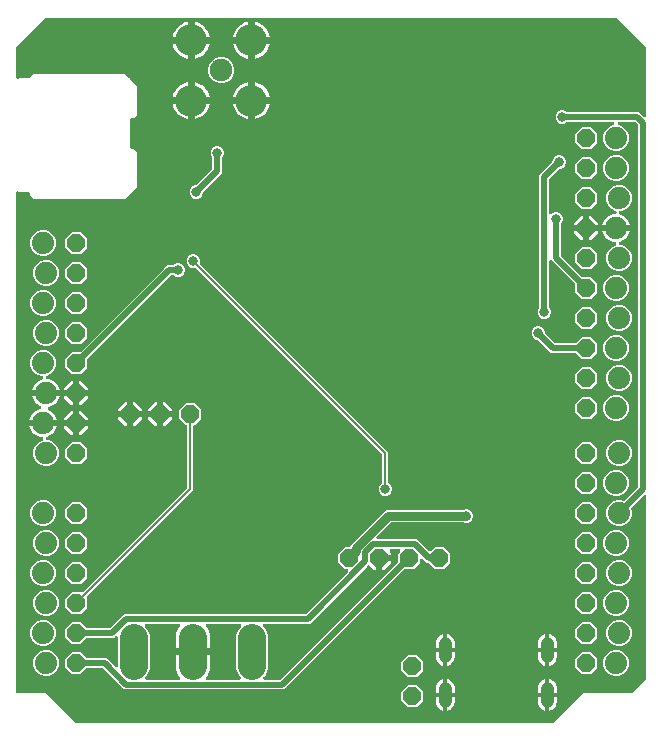
<source format=gbr>
G04 EAGLE Gerber RS-274X export*
G75*
%MOMM*%
%FSLAX34Y34*%
%LPD*%
%INBottom Copper*%
%IPPOS*%
%AMOC8*
5,1,8,0,0,1.08239X$1,22.5*%
G01*
%ADD10C,1.108000*%
%ADD11P,1.649562X8X22.500000*%
%ADD12C,1.879600*%
%ADD13P,1.649562X8X202.500000*%
%ADD14C,1.905000*%
%ADD15C,2.667000*%
%ADD16P,1.649562X8X112.500000*%
%ADD17C,2.380000*%
%ADD18C,0.806400*%
%ADD19C,0.508000*%
%ADD20C,0.762000*%
%ADD21C,0.203200*%

G36*
X492341Y37861D02*
X492341Y37861D01*
X492468Y37868D01*
X492514Y37881D01*
X492562Y37887D01*
X492681Y37929D01*
X492803Y37964D01*
X492845Y37988D01*
X492890Y38004D01*
X492996Y38073D01*
X493107Y38134D01*
X493153Y38174D01*
X493183Y38193D01*
X493217Y38228D01*
X493293Y38293D01*
X518247Y63247D01*
X558256Y63247D01*
X558381Y63261D01*
X558508Y63268D01*
X558554Y63281D01*
X558602Y63287D01*
X558721Y63329D01*
X558843Y63364D01*
X558885Y63388D01*
X558930Y63404D01*
X559036Y63473D01*
X559147Y63534D01*
X559193Y63574D01*
X559223Y63593D01*
X559257Y63628D01*
X559333Y63693D01*
X571307Y75667D01*
X571386Y75766D01*
X571470Y75860D01*
X571494Y75902D01*
X571524Y75940D01*
X571578Y76054D01*
X571639Y76165D01*
X571652Y76211D01*
X571673Y76255D01*
X571699Y76378D01*
X571734Y76500D01*
X571739Y76561D01*
X571746Y76596D01*
X571745Y76644D01*
X571753Y76744D01*
X571753Y229587D01*
X571742Y229687D01*
X571740Y229788D01*
X571722Y229860D01*
X571713Y229934D01*
X571680Y230028D01*
X571655Y230126D01*
X571621Y230192D01*
X571596Y230262D01*
X571541Y230346D01*
X571495Y230435D01*
X571447Y230492D01*
X571407Y230555D01*
X571335Y230624D01*
X571270Y230701D01*
X571210Y230745D01*
X571156Y230797D01*
X571070Y230848D01*
X570989Y230908D01*
X570921Y230937D01*
X570857Y230976D01*
X570761Y231006D01*
X570669Y231046D01*
X570596Y231059D01*
X570525Y231082D01*
X570425Y231090D01*
X570326Y231108D01*
X570252Y231104D01*
X570178Y231110D01*
X570078Y231095D01*
X569978Y231090D01*
X569907Y231069D01*
X569833Y231058D01*
X569740Y231021D01*
X569643Y230993D01*
X569578Y230957D01*
X569509Y230929D01*
X569427Y230872D01*
X569339Y230823D01*
X569263Y230758D01*
X569223Y230730D01*
X569199Y230704D01*
X569153Y230665D01*
X559403Y220915D01*
X559356Y220855D01*
X559301Y220802D01*
X559248Y220719D01*
X559187Y220642D01*
X559154Y220573D01*
X559113Y220508D01*
X559080Y220416D01*
X559038Y220327D01*
X559022Y220252D01*
X558996Y220180D01*
X558985Y220082D01*
X558964Y219986D01*
X558966Y219910D01*
X558957Y219834D01*
X558969Y219736D01*
X558970Y219638D01*
X558989Y219563D01*
X558998Y219488D01*
X559044Y219345D01*
X559055Y219300D01*
X559064Y219283D01*
X559073Y219255D01*
X559563Y218073D01*
X559563Y213727D01*
X557900Y209713D01*
X554827Y206640D01*
X550813Y204977D01*
X546467Y204977D01*
X542453Y206640D01*
X539380Y209713D01*
X537717Y213727D01*
X537717Y218073D01*
X539380Y222087D01*
X542453Y225160D01*
X546467Y226823D01*
X550813Y226823D01*
X551995Y226333D01*
X552069Y226312D01*
X552139Y226282D01*
X552235Y226264D01*
X552330Y226237D01*
X552406Y226234D01*
X552482Y226220D01*
X552580Y226225D01*
X552678Y226220D01*
X552753Y226234D01*
X552830Y226238D01*
X552924Y226265D01*
X553021Y226283D01*
X553091Y226313D01*
X553164Y226335D01*
X553250Y226383D01*
X553341Y226422D01*
X553402Y226467D01*
X553469Y226505D01*
X553582Y226602D01*
X553620Y226630D01*
X553633Y226644D01*
X553655Y226663D01*
X564449Y237458D01*
X564528Y237557D01*
X564612Y237650D01*
X564636Y237693D01*
X564666Y237731D01*
X564720Y237845D01*
X564781Y237955D01*
X564794Y238002D01*
X564815Y238046D01*
X564841Y238169D01*
X564876Y238291D01*
X564881Y238352D01*
X564888Y238386D01*
X564887Y238434D01*
X564895Y238535D01*
X564895Y543785D01*
X564881Y543911D01*
X564874Y544037D01*
X564861Y544084D01*
X564855Y544132D01*
X564813Y544251D01*
X564778Y544372D01*
X564754Y544414D01*
X564738Y544460D01*
X564669Y544566D01*
X564608Y544676D01*
X564568Y544722D01*
X564549Y544752D01*
X564514Y544786D01*
X564449Y544862D01*
X562642Y546669D01*
X562543Y546748D01*
X562450Y546832D01*
X562407Y546856D01*
X562369Y546886D01*
X562255Y546940D01*
X562145Y547001D01*
X562098Y547014D01*
X562054Y547035D01*
X561931Y547061D01*
X561809Y547096D01*
X561748Y547101D01*
X561714Y547108D01*
X561666Y547107D01*
X561565Y547115D01*
X549189Y547115D01*
X549139Y547110D01*
X549088Y547112D01*
X548966Y547090D01*
X548843Y547075D01*
X548795Y547058D01*
X548746Y547049D01*
X548631Y547000D01*
X548514Y546958D01*
X548472Y546931D01*
X548426Y546911D01*
X548326Y546836D01*
X548222Y546769D01*
X548187Y546733D01*
X548146Y546703D01*
X548066Y546608D01*
X547979Y546518D01*
X547954Y546475D01*
X547921Y546437D01*
X547864Y546326D01*
X547801Y546219D01*
X547785Y546171D01*
X547762Y546126D01*
X547732Y546006D01*
X547694Y545887D01*
X547690Y545837D01*
X547678Y545788D01*
X547676Y545664D01*
X547666Y545540D01*
X547674Y545490D01*
X547673Y545440D01*
X547700Y545318D01*
X547718Y545195D01*
X547737Y545148D01*
X547747Y545099D01*
X547801Y544987D01*
X547847Y544871D01*
X547876Y544830D01*
X547897Y544784D01*
X547975Y544687D01*
X548046Y544585D01*
X548083Y544551D01*
X548115Y544512D01*
X548212Y544435D01*
X548305Y544352D01*
X548349Y544327D01*
X548388Y544296D01*
X548606Y544185D01*
X552287Y542660D01*
X555360Y539587D01*
X557023Y535573D01*
X557023Y531227D01*
X555360Y527213D01*
X552287Y524140D01*
X548273Y522477D01*
X543927Y522477D01*
X539913Y524140D01*
X536840Y527213D01*
X535177Y531227D01*
X535177Y535573D01*
X536840Y539587D01*
X539913Y542660D01*
X543594Y544185D01*
X543638Y544209D01*
X543686Y544226D01*
X543790Y544294D01*
X543899Y544354D01*
X543936Y544388D01*
X543978Y544415D01*
X544065Y544505D01*
X544157Y544588D01*
X544186Y544630D01*
X544221Y544666D01*
X544284Y544773D01*
X544355Y544875D01*
X544374Y544922D01*
X544399Y544965D01*
X544437Y545083D01*
X544483Y545199D01*
X544490Y545249D01*
X544506Y545297D01*
X544516Y545421D01*
X544534Y545544D01*
X544530Y545594D01*
X544534Y545644D01*
X544515Y545767D01*
X544505Y545891D01*
X544489Y545939D01*
X544482Y545989D01*
X544436Y546104D01*
X544398Y546223D01*
X544372Y546266D01*
X544353Y546313D01*
X544282Y546415D01*
X544218Y546521D01*
X544183Y546558D01*
X544154Y546599D01*
X544062Y546682D01*
X543975Y546771D01*
X543933Y546799D01*
X543895Y546832D01*
X543787Y546892D01*
X543682Y546960D01*
X543635Y546977D01*
X543590Y547001D01*
X543471Y547035D01*
X543354Y547076D01*
X543304Y547082D01*
X543255Y547096D01*
X543011Y547115D01*
X504805Y547115D01*
X504679Y547101D01*
X504553Y547094D01*
X504506Y547081D01*
X504458Y547075D01*
X504339Y547033D01*
X504218Y546998D01*
X504176Y546974D01*
X504130Y546958D01*
X504024Y546889D01*
X503914Y546828D01*
X503867Y546788D01*
X503837Y546769D01*
X503804Y546734D01*
X503728Y546669D01*
X503528Y546469D01*
X501485Y545623D01*
X499275Y545623D01*
X497232Y546469D01*
X495669Y548032D01*
X494823Y550075D01*
X494823Y552285D01*
X495669Y554328D01*
X497232Y555891D01*
X499275Y556737D01*
X501485Y556737D01*
X503528Y555891D01*
X503728Y555691D01*
X503827Y555612D01*
X503920Y555528D01*
X503963Y555504D01*
X504001Y555474D01*
X504115Y555420D01*
X504225Y555359D01*
X504272Y555346D01*
X504316Y555325D01*
X504439Y555299D01*
X504561Y555264D01*
X504622Y555259D01*
X504656Y555252D01*
X504704Y555253D01*
X504805Y555245D01*
X565564Y555245D01*
X568391Y552418D01*
X569153Y551655D01*
X569232Y551593D01*
X569304Y551523D01*
X569368Y551485D01*
X569426Y551439D01*
X569517Y551396D01*
X569603Y551344D01*
X569674Y551322D01*
X569741Y551290D01*
X569839Y551269D01*
X569935Y551238D01*
X570009Y551232D01*
X570082Y551217D01*
X570182Y551218D01*
X570282Y551210D01*
X570356Y551221D01*
X570430Y551223D01*
X570527Y551247D01*
X570627Y551262D01*
X570696Y551289D01*
X570768Y551308D01*
X570857Y551354D01*
X570951Y551391D01*
X571012Y551433D01*
X571078Y551467D01*
X571155Y551532D01*
X571237Y551590D01*
X571287Y551645D01*
X571343Y551693D01*
X571403Y551774D01*
X571470Y551848D01*
X571506Y551913D01*
X571551Y551973D01*
X571590Y552065D01*
X571639Y552153D01*
X571659Y552225D01*
X571689Y552293D01*
X571706Y552392D01*
X571734Y552489D01*
X571742Y552589D01*
X571750Y552636D01*
X571748Y552672D01*
X571753Y552733D01*
X571753Y609056D01*
X571739Y609181D01*
X571732Y609308D01*
X571719Y609354D01*
X571713Y609402D01*
X571671Y609521D01*
X571636Y609643D01*
X571612Y609685D01*
X571596Y609730D01*
X571567Y609776D01*
X571562Y609786D01*
X571527Y609838D01*
X571466Y609947D01*
X571426Y609993D01*
X571407Y610023D01*
X571379Y610050D01*
X571363Y610072D01*
X571343Y610091D01*
X571307Y610133D01*
X546633Y634807D01*
X546534Y634886D01*
X546440Y634970D01*
X546398Y634994D01*
X546360Y635024D01*
X546246Y635078D01*
X546135Y635139D01*
X546089Y635152D01*
X546045Y635173D01*
X545922Y635199D01*
X545800Y635234D01*
X545739Y635239D01*
X545704Y635246D01*
X545656Y635245D01*
X545556Y635253D01*
X64051Y635253D01*
X63922Y635238D01*
X63792Y635231D01*
X63749Y635218D01*
X63705Y635213D01*
X63583Y635170D01*
X63458Y635133D01*
X63419Y635111D01*
X63377Y635096D01*
X63268Y635025D01*
X63155Y634961D01*
X63112Y634925D01*
X63084Y634907D01*
X63050Y634871D01*
X62969Y634802D01*
X38288Y609881D01*
X38212Y609784D01*
X38130Y609693D01*
X38105Y609648D01*
X38072Y609607D01*
X38020Y609496D01*
X37961Y609388D01*
X37947Y609338D01*
X37925Y609291D01*
X37900Y609171D01*
X37866Y609053D01*
X37861Y608987D01*
X37853Y608950D01*
X37854Y608903D01*
X37847Y608809D01*
X37847Y585085D01*
X37858Y584985D01*
X37860Y584885D01*
X37878Y584813D01*
X37887Y584739D01*
X37920Y584644D01*
X37945Y584547D01*
X37979Y584481D01*
X38004Y584411D01*
X38059Y584326D01*
X38105Y584237D01*
X38153Y584181D01*
X38193Y584118D01*
X38265Y584048D01*
X38330Y583972D01*
X38390Y583928D01*
X38444Y583876D01*
X38530Y583824D01*
X38611Y583765D01*
X38679Y583735D01*
X38743Y583697D01*
X38838Y583666D01*
X38931Y583627D01*
X39004Y583613D01*
X39075Y583591D01*
X39175Y583583D01*
X39274Y583565D01*
X39348Y583569D01*
X39422Y583563D01*
X39521Y583578D01*
X39622Y583583D01*
X39693Y583604D01*
X39767Y583615D01*
X39860Y583652D01*
X39957Y583679D01*
X40022Y583716D01*
X40091Y583743D01*
X40173Y583801D01*
X40261Y583850D01*
X40337Y583915D01*
X40377Y583942D01*
X40401Y583969D01*
X40447Y584008D01*
X40640Y584201D01*
X48732Y584201D01*
X48858Y584215D01*
X48984Y584222D01*
X49030Y584235D01*
X49078Y584241D01*
X49197Y584283D01*
X49319Y584318D01*
X49361Y584342D01*
X49406Y584358D01*
X49512Y584427D01*
X49623Y584488D01*
X49669Y584528D01*
X49699Y584547D01*
X49733Y584582D01*
X49809Y584647D01*
X51877Y586715D01*
X52919Y587757D01*
X129961Y587757D01*
X133071Y584647D01*
X133170Y584568D01*
X133264Y584484D01*
X133306Y584460D01*
X133344Y584430D01*
X133458Y584376D01*
X133569Y584315D01*
X133615Y584302D01*
X133659Y584281D01*
X133782Y584255D01*
X133904Y584220D01*
X133965Y584215D01*
X134000Y584208D01*
X134048Y584209D01*
X134148Y584201D01*
X134620Y584201D01*
X134621Y584200D01*
X134621Y583728D01*
X134635Y583603D01*
X134642Y583476D01*
X134655Y583430D01*
X134661Y583382D01*
X134703Y583263D01*
X134738Y583141D01*
X134762Y583099D01*
X134778Y583054D01*
X134847Y582948D01*
X134908Y582837D01*
X134948Y582791D01*
X134967Y582761D01*
X135002Y582727D01*
X135067Y582651D01*
X140717Y577001D01*
X140717Y553299D01*
X137581Y550163D01*
X136144Y550163D01*
X136118Y550160D01*
X136092Y550162D01*
X135945Y550140D01*
X135798Y550123D01*
X135773Y550115D01*
X135747Y550111D01*
X135609Y550056D01*
X135470Y550006D01*
X135448Y549992D01*
X135423Y549982D01*
X135302Y549897D01*
X135177Y549817D01*
X135159Y549798D01*
X135137Y549783D01*
X135038Y549673D01*
X134935Y549566D01*
X134921Y549544D01*
X134904Y549524D01*
X134832Y549394D01*
X134756Y549267D01*
X134748Y549242D01*
X134735Y549219D01*
X134695Y549076D01*
X134650Y548935D01*
X134648Y548909D01*
X134640Y548884D01*
X134621Y548640D01*
X134621Y525780D01*
X134624Y525754D01*
X134622Y525728D01*
X134644Y525581D01*
X134661Y525434D01*
X134669Y525409D01*
X134673Y525383D01*
X134728Y525245D01*
X134778Y525106D01*
X134792Y525084D01*
X134802Y525059D01*
X134887Y524938D01*
X134967Y524813D01*
X134986Y524795D01*
X135001Y524773D01*
X135111Y524674D01*
X135218Y524571D01*
X135240Y524557D01*
X135260Y524540D01*
X135390Y524468D01*
X135517Y524392D01*
X135542Y524384D01*
X135565Y524371D01*
X135708Y524331D01*
X135849Y524286D01*
X135875Y524284D01*
X135900Y524276D01*
X136144Y524257D01*
X137581Y524257D01*
X140717Y521121D01*
X140717Y492339D01*
X129961Y481583D01*
X52919Y481583D01*
X49783Y484719D01*
X49783Y486156D01*
X49780Y486182D01*
X49782Y486208D01*
X49760Y486355D01*
X49743Y486502D01*
X49735Y486527D01*
X49731Y486553D01*
X49676Y486691D01*
X49626Y486830D01*
X49612Y486852D01*
X49602Y486877D01*
X49517Y486998D01*
X49437Y487123D01*
X49418Y487141D01*
X49403Y487163D01*
X49293Y487262D01*
X49186Y487365D01*
X49164Y487379D01*
X49144Y487396D01*
X49014Y487468D01*
X48887Y487544D01*
X48862Y487552D01*
X48839Y487565D01*
X48696Y487605D01*
X48555Y487650D01*
X48529Y487652D01*
X48504Y487660D01*
X48260Y487679D01*
X40640Y487679D01*
X40447Y487872D01*
X40369Y487934D01*
X40296Y488004D01*
X40232Y488042D01*
X40174Y488089D01*
X40083Y488131D01*
X39997Y488183D01*
X39926Y488206D01*
X39859Y488237D01*
X39761Y488259D01*
X39665Y488289D01*
X39591Y488295D01*
X39518Y488311D01*
X39418Y488309D01*
X39318Y488317D01*
X39244Y488306D01*
X39170Y488305D01*
X39073Y488280D01*
X38973Y488265D01*
X38904Y488238D01*
X38832Y488220D01*
X38743Y488174D01*
X38649Y488137D01*
X38588Y488094D01*
X38522Y488060D01*
X38445Y487995D01*
X38363Y487938D01*
X38313Y487883D01*
X38257Y487834D01*
X38197Y487754D01*
X38130Y487679D01*
X38094Y487614D01*
X38049Y487554D01*
X38010Y487462D01*
X37961Y487374D01*
X37941Y487302D01*
X37911Y487234D01*
X37894Y487135D01*
X37866Y487039D01*
X37858Y486939D01*
X37850Y486891D01*
X37852Y486855D01*
X37847Y486795D01*
X37847Y64770D01*
X37850Y64744D01*
X37848Y64718D01*
X37870Y64571D01*
X37887Y64424D01*
X37895Y64399D01*
X37899Y64373D01*
X37954Y64235D01*
X38004Y64096D01*
X38018Y64074D01*
X38028Y64049D01*
X38113Y63928D01*
X38193Y63803D01*
X38212Y63785D01*
X38227Y63763D01*
X38337Y63664D01*
X38444Y63561D01*
X38466Y63547D01*
X38486Y63530D01*
X38616Y63458D01*
X38743Y63382D01*
X38768Y63374D01*
X38791Y63361D01*
X38934Y63321D01*
X39075Y63276D01*
X39101Y63274D01*
X39126Y63266D01*
X39370Y63247D01*
X63413Y63247D01*
X88367Y38293D01*
X88466Y38214D01*
X88560Y38130D01*
X88602Y38106D01*
X88640Y38076D01*
X88754Y38022D01*
X88865Y37961D01*
X88911Y37948D01*
X88955Y37927D01*
X89078Y37901D01*
X89200Y37866D01*
X89261Y37861D01*
X89296Y37854D01*
X89344Y37855D01*
X89444Y37847D01*
X492216Y37847D01*
X492341Y37861D01*
G37*
%LPC*%
G36*
X129664Y66551D02*
X129664Y66551D01*
X111826Y84389D01*
X111727Y84468D01*
X111633Y84552D01*
X111591Y84576D01*
X111553Y84606D01*
X111439Y84660D01*
X111328Y84721D01*
X111281Y84734D01*
X111238Y84755D01*
X111114Y84781D01*
X110993Y84816D01*
X110932Y84821D01*
X110897Y84828D01*
X110849Y84827D01*
X110749Y84835D01*
X98399Y84835D01*
X98273Y84821D01*
X98147Y84814D01*
X98101Y84801D01*
X98053Y84795D01*
X97934Y84753D01*
X97812Y84718D01*
X97770Y84694D01*
X97725Y84678D01*
X97618Y84609D01*
X97508Y84548D01*
X97462Y84508D01*
X97432Y84489D01*
X97398Y84454D01*
X97322Y84389D01*
X92688Y79755D01*
X85112Y79755D01*
X79755Y85112D01*
X79755Y92688D01*
X85112Y98045D01*
X92688Y98045D01*
X97322Y93411D01*
X97421Y93332D01*
X97515Y93248D01*
X97557Y93224D01*
X97595Y93194D01*
X97709Y93140D01*
X97820Y93079D01*
X97866Y93066D01*
X97910Y93045D01*
X98033Y93019D01*
X98155Y92984D01*
X98216Y92979D01*
X98251Y92972D01*
X98299Y92973D01*
X98399Y92965D01*
X114747Y92965D01*
X121935Y85777D01*
X122013Y85715D01*
X122086Y85645D01*
X122150Y85606D01*
X122208Y85560D01*
X122299Y85517D01*
X122385Y85466D01*
X122456Y85443D01*
X122523Y85411D01*
X122621Y85390D01*
X122717Y85360D01*
X122791Y85354D01*
X122864Y85338D01*
X122964Y85340D01*
X123064Y85332D01*
X123138Y85343D01*
X123212Y85344D01*
X123309Y85368D01*
X123409Y85383D01*
X123478Y85411D01*
X123550Y85429D01*
X123640Y85475D01*
X123733Y85512D01*
X123794Y85554D01*
X123860Y85589D01*
X123937Y85654D01*
X124019Y85711D01*
X124069Y85766D01*
X124125Y85814D01*
X124185Y85895D01*
X124252Y85970D01*
X124288Y86035D01*
X124333Y86095D01*
X124372Y86187D01*
X124421Y86275D01*
X124441Y86346D01*
X124471Y86415D01*
X124488Y86514D01*
X124516Y86610D01*
X124524Y86710D01*
X124532Y86758D01*
X124530Y86793D01*
X124535Y86854D01*
X124535Y110106D01*
X124524Y110206D01*
X124522Y110306D01*
X124504Y110378D01*
X124495Y110452D01*
X124462Y110547D01*
X124437Y110644D01*
X124403Y110710D01*
X124378Y110780D01*
X124323Y110865D01*
X124277Y110954D01*
X124229Y111011D01*
X124189Y111073D01*
X124117Y111143D01*
X124052Y111219D01*
X123992Y111264D01*
X123938Y111315D01*
X123852Y111367D01*
X123771Y111427D01*
X123703Y111456D01*
X123639Y111494D01*
X123543Y111525D01*
X123451Y111565D01*
X123378Y111578D01*
X123307Y111600D01*
X123207Y111608D01*
X123108Y111626D01*
X123034Y111622D01*
X122960Y111628D01*
X122860Y111613D01*
X122760Y111608D01*
X122689Y111588D01*
X122615Y111577D01*
X122522Y111540D01*
X122425Y111512D01*
X122360Y111475D01*
X122291Y111448D01*
X122209Y111391D01*
X122121Y111342D01*
X122045Y111276D01*
X122005Y111249D01*
X121981Y111223D01*
X121935Y111183D01*
X120987Y110235D01*
X98399Y110235D01*
X98273Y110221D01*
X98147Y110214D01*
X98101Y110201D01*
X98053Y110195D01*
X97934Y110153D01*
X97812Y110118D01*
X97770Y110094D01*
X97725Y110078D01*
X97618Y110009D01*
X97508Y109948D01*
X97462Y109908D01*
X97432Y109889D01*
X97398Y109854D01*
X97322Y109789D01*
X92688Y105155D01*
X85112Y105155D01*
X79755Y110512D01*
X79755Y118088D01*
X85112Y123445D01*
X92688Y123445D01*
X97322Y118811D01*
X97421Y118732D01*
X97515Y118648D01*
X97557Y118624D01*
X97595Y118594D01*
X97709Y118540D01*
X97820Y118479D01*
X97866Y118466D01*
X97910Y118445D01*
X98033Y118419D01*
X98155Y118384D01*
X98216Y118379D01*
X98251Y118372D01*
X98299Y118373D01*
X98399Y118365D01*
X116989Y118365D01*
X117114Y118379D01*
X117241Y118386D01*
X117287Y118399D01*
X117335Y118405D01*
X117454Y118447D01*
X117575Y118482D01*
X117618Y118506D01*
X117663Y118522D01*
X117769Y118591D01*
X117880Y118652D01*
X117926Y118692D01*
X117956Y118711D01*
X117989Y118746D01*
X118066Y118811D01*
X129664Y130409D01*
X282793Y130409D01*
X282919Y130423D01*
X283045Y130430D01*
X283091Y130443D01*
X283139Y130449D01*
X283258Y130491D01*
X283380Y130526D01*
X283422Y130550D01*
X283467Y130566D01*
X283574Y130635D01*
X283684Y130696D01*
X283730Y130736D01*
X283760Y130755D01*
X283794Y130790D01*
X283870Y130855D01*
X319070Y166055D01*
X319133Y166133D01*
X319202Y166206D01*
X319241Y166270D01*
X319287Y166328D01*
X319330Y166419D01*
X319381Y166505D01*
X319404Y166576D01*
X319436Y166643D01*
X319457Y166741D01*
X319487Y166837D01*
X319493Y166911D01*
X319509Y166984D01*
X319507Y167084D01*
X319515Y167184D01*
X319504Y167258D01*
X319503Y167332D01*
X319479Y167429D01*
X319464Y167529D01*
X319436Y167598D01*
X319418Y167670D01*
X319372Y167760D01*
X319335Y167853D01*
X319293Y167914D01*
X319259Y167980D01*
X319193Y168057D01*
X319136Y168139D01*
X319081Y168189D01*
X319033Y168245D01*
X318952Y168305D01*
X318877Y168372D01*
X318812Y168408D01*
X318752Y168453D01*
X318660Y168492D01*
X318572Y168541D01*
X318501Y168561D01*
X318432Y168591D01*
X318334Y168608D01*
X318237Y168636D01*
X318137Y168644D01*
X318089Y168652D01*
X318054Y168650D01*
X317993Y168655D01*
X316252Y168655D01*
X310895Y174012D01*
X310895Y181588D01*
X316252Y186945D01*
X319522Y186945D01*
X319598Y186953D01*
X319675Y186952D01*
X319771Y186973D01*
X319868Y186985D01*
X319940Y187010D01*
X320015Y187027D01*
X320104Y187069D01*
X320196Y187102D01*
X320261Y187144D01*
X320330Y187176D01*
X320407Y187238D01*
X320489Y187291D01*
X320542Y187346D01*
X320602Y187394D01*
X320663Y187471D01*
X320731Y187542D01*
X320771Y187607D01*
X320818Y187667D01*
X320886Y187800D01*
X320910Y187841D01*
X320916Y187859D01*
X320929Y187885D01*
X321359Y188923D01*
X350319Y217883D01*
X352280Y218695D01*
X417156Y218695D01*
X417158Y218695D01*
X417160Y218695D01*
X417331Y218715D01*
X417502Y218735D01*
X417504Y218735D01*
X417506Y218736D01*
X417739Y218811D01*
X417995Y218917D01*
X420205Y218917D01*
X422248Y218071D01*
X423811Y216508D01*
X424657Y214465D01*
X424657Y212255D01*
X423811Y210212D01*
X422248Y208649D01*
X420205Y207803D01*
X417995Y207803D01*
X417739Y207909D01*
X417737Y207910D01*
X417735Y207911D01*
X417568Y207958D01*
X417404Y208005D01*
X417402Y208005D01*
X417400Y208006D01*
X417156Y208025D01*
X356181Y208025D01*
X356056Y208011D01*
X355930Y208004D01*
X355883Y207991D01*
X355835Y207985D01*
X355716Y207943D01*
X355595Y207908D01*
X355553Y207884D01*
X355507Y207868D01*
X355401Y207799D01*
X355291Y207738D01*
X355244Y207698D01*
X355214Y207679D01*
X355181Y207644D01*
X355104Y207579D01*
X343674Y196149D01*
X343612Y196071D01*
X343542Y195998D01*
X343504Y195934D01*
X343458Y195876D01*
X343415Y195785D01*
X343363Y195699D01*
X343341Y195628D01*
X343309Y195561D01*
X343288Y195463D01*
X343257Y195367D01*
X343251Y195293D01*
X343235Y195220D01*
X343237Y195120D01*
X343229Y195020D01*
X343240Y194946D01*
X343241Y194872D01*
X343266Y194775D01*
X343281Y194675D01*
X343308Y194606D01*
X343326Y194534D01*
X343372Y194444D01*
X343409Y194351D01*
X343452Y194290D01*
X343486Y194224D01*
X343551Y194147D01*
X343608Y194065D01*
X343664Y194015D01*
X343712Y193959D01*
X343793Y193899D01*
X343867Y193832D01*
X343932Y193796D01*
X343992Y193751D01*
X344084Y193712D01*
X344172Y193663D01*
X344244Y193643D01*
X344312Y193613D01*
X344411Y193596D01*
X344508Y193568D01*
X344608Y193560D01*
X344655Y193552D01*
X344691Y193554D01*
X344751Y193549D01*
X377363Y193549D01*
X387133Y183779D01*
X387153Y183763D01*
X387170Y183743D01*
X387290Y183655D01*
X387406Y183563D01*
X387429Y183552D01*
X387450Y183536D01*
X387587Y183477D01*
X387721Y183414D01*
X387746Y183408D01*
X387771Y183398D01*
X387917Y183372D01*
X388061Y183341D01*
X388088Y183341D01*
X388114Y183336D01*
X388262Y183344D01*
X388410Y183347D01*
X388435Y183353D01*
X388462Y183354D01*
X388604Y183395D01*
X388748Y183432D01*
X388771Y183444D01*
X388796Y183451D01*
X388926Y183523D01*
X389058Y183591D01*
X389078Y183608D01*
X389101Y183621D01*
X389287Y183779D01*
X392452Y186945D01*
X400028Y186945D01*
X405385Y181588D01*
X405385Y174012D01*
X400028Y168655D01*
X392452Y168655D01*
X387818Y173289D01*
X387719Y173368D01*
X387625Y173452D01*
X387583Y173476D01*
X387545Y173506D01*
X387431Y173560D01*
X387320Y173621D01*
X387274Y173634D01*
X387230Y173655D01*
X387107Y173681D01*
X386985Y173716D01*
X386924Y173721D01*
X386890Y173728D01*
X386841Y173727D01*
X386741Y173735D01*
X385680Y173735D01*
X382853Y176562D01*
X382585Y176830D01*
X382507Y176893D01*
X382434Y176962D01*
X382370Y177001D01*
X382312Y177047D01*
X382221Y177090D01*
X382135Y177141D01*
X382064Y177164D01*
X381997Y177196D01*
X381899Y177217D01*
X381803Y177247D01*
X381729Y177253D01*
X381656Y177269D01*
X381556Y177267D01*
X381456Y177275D01*
X381382Y177264D01*
X381308Y177263D01*
X381210Y177239D01*
X381111Y177224D01*
X381042Y177196D01*
X380970Y177178D01*
X380881Y177132D01*
X380787Y177095D01*
X380726Y177053D01*
X380660Y177019D01*
X380583Y176953D01*
X380501Y176896D01*
X380451Y176841D01*
X380395Y176793D01*
X380335Y176712D01*
X380268Y176637D01*
X380232Y176572D01*
X380188Y176512D01*
X380148Y176420D01*
X380099Y176332D01*
X380079Y176261D01*
X380049Y176192D01*
X380032Y176094D01*
X380004Y175997D01*
X379996Y175897D01*
X379988Y175849D01*
X379990Y175814D01*
X379985Y175753D01*
X379985Y174012D01*
X374628Y168655D01*
X368075Y168655D01*
X367949Y168641D01*
X367823Y168634D01*
X367776Y168621D01*
X367728Y168615D01*
X367609Y168573D01*
X367488Y168538D01*
X367446Y168514D01*
X367400Y168498D01*
X367294Y168429D01*
X367184Y168368D01*
X367138Y168328D01*
X367108Y168309D01*
X367074Y168274D01*
X366998Y168209D01*
X265340Y66551D01*
X129664Y66551D01*
G37*
%LPD*%
G36*
X261467Y74695D02*
X261467Y74695D01*
X261593Y74702D01*
X261640Y74715D01*
X261688Y74721D01*
X261807Y74763D01*
X261928Y74798D01*
X261970Y74822D01*
X262016Y74838D01*
X262122Y74907D01*
X262232Y74968D01*
X262278Y75008D01*
X262308Y75027D01*
X262342Y75062D01*
X262418Y75127D01*
X361249Y173958D01*
X361328Y174057D01*
X361412Y174150D01*
X361436Y174193D01*
X361466Y174231D01*
X361520Y174345D01*
X361581Y174455D01*
X361594Y174502D01*
X361615Y174546D01*
X361641Y174669D01*
X361676Y174791D01*
X361681Y174852D01*
X361688Y174886D01*
X361687Y174934D01*
X361695Y175035D01*
X361695Y181588D01*
X362926Y182819D01*
X362989Y182898D01*
X363059Y182970D01*
X363097Y183034D01*
X363143Y183092D01*
X363186Y183183D01*
X363237Y183269D01*
X363260Y183340D01*
X363292Y183407D01*
X363313Y183505D01*
X363344Y183601D01*
X363350Y183675D01*
X363365Y183748D01*
X363364Y183848D01*
X363372Y183948D01*
X363361Y184022D01*
X363359Y184096D01*
X363335Y184193D01*
X363320Y184293D01*
X363292Y184362D01*
X363274Y184434D01*
X363228Y184523D01*
X363191Y184617D01*
X363149Y184678D01*
X363115Y184744D01*
X363050Y184820D01*
X362992Y184903D01*
X362937Y184953D01*
X362889Y185009D01*
X362808Y185069D01*
X362733Y185136D01*
X362668Y185172D01*
X362609Y185217D01*
X362516Y185256D01*
X362428Y185305D01*
X362357Y185325D01*
X362289Y185355D01*
X362190Y185372D01*
X362093Y185400D01*
X361993Y185408D01*
X361945Y185416D01*
X361910Y185414D01*
X361849Y185419D01*
X355868Y185419D01*
X355768Y185408D01*
X355667Y185406D01*
X355595Y185388D01*
X355521Y185379D01*
X355427Y185346D01*
X355329Y185321D01*
X355263Y185287D01*
X355193Y185262D01*
X355109Y185207D01*
X355020Y185161D01*
X354963Y185113D01*
X354900Y185073D01*
X354831Y185001D01*
X354754Y184936D01*
X354710Y184876D01*
X354658Y184822D01*
X354607Y184736D01*
X354547Y184655D01*
X354518Y184587D01*
X354479Y184523D01*
X354449Y184427D01*
X354409Y184335D01*
X354396Y184262D01*
X354373Y184191D01*
X354365Y184091D01*
X354347Y183992D01*
X354351Y183918D01*
X354345Y183844D01*
X354360Y183744D01*
X354365Y183644D01*
X354386Y183573D01*
X354397Y183499D01*
X354434Y183406D01*
X354462Y183309D01*
X354498Y183244D01*
X354526Y183175D01*
X354583Y183093D01*
X354632Y183005D01*
X354697Y182929D01*
X354725Y182889D01*
X354751Y182865D01*
X354791Y182819D01*
X355601Y182009D01*
X355601Y180339D01*
X346456Y180339D01*
X346430Y180336D01*
X346404Y180338D01*
X346257Y180316D01*
X346110Y180299D01*
X346085Y180291D01*
X346059Y180287D01*
X345922Y180232D01*
X345782Y180182D01*
X345760Y180168D01*
X345735Y180158D01*
X345614Y180073D01*
X345489Y179993D01*
X345471Y179974D01*
X345449Y179959D01*
X345350Y179849D01*
X345247Y179742D01*
X345233Y179720D01*
X345216Y179700D01*
X345144Y179570D01*
X345068Y179443D01*
X345060Y179418D01*
X345047Y179395D01*
X345007Y179252D01*
X344962Y179111D01*
X344960Y179085D01*
X344953Y179060D01*
X344933Y178816D01*
X344933Y178307D01*
X344424Y178307D01*
X344398Y178304D01*
X344372Y178306D01*
X344225Y178284D01*
X344078Y178267D01*
X344053Y178258D01*
X344027Y178254D01*
X343889Y178200D01*
X343750Y178150D01*
X343728Y178135D01*
X343703Y178126D01*
X343582Y178041D01*
X343457Y177961D01*
X343439Y177942D01*
X343417Y177927D01*
X343318Y177817D01*
X343215Y177710D01*
X343201Y177687D01*
X343184Y177668D01*
X343112Y177538D01*
X343036Y177411D01*
X343028Y177386D01*
X343015Y177363D01*
X342975Y177220D01*
X342930Y177079D01*
X342927Y177053D01*
X342920Y177028D01*
X342901Y176784D01*
X342901Y167639D01*
X341231Y167639D01*
X337768Y171102D01*
X337748Y171118D01*
X337731Y171138D01*
X337611Y171227D01*
X337495Y171319D01*
X337472Y171330D01*
X337451Y171346D01*
X337314Y171404D01*
X337180Y171468D01*
X337155Y171473D01*
X337131Y171484D01*
X336984Y171510D01*
X336840Y171541D01*
X336814Y171541D01*
X336788Y171545D01*
X336639Y171538D01*
X336491Y171535D01*
X336466Y171529D01*
X336439Y171527D01*
X336297Y171486D01*
X336153Y171450D01*
X336130Y171438D01*
X336105Y171431D01*
X335975Y171358D01*
X335843Y171290D01*
X335823Y171273D01*
X335800Y171261D01*
X335614Y171102D01*
X334994Y170481D01*
X286791Y122279D01*
X248724Y122279D01*
X248624Y122268D01*
X248523Y122266D01*
X248451Y122248D01*
X248377Y122239D01*
X248283Y122206D01*
X248185Y122181D01*
X248119Y122147D01*
X248049Y122122D01*
X247965Y122067D01*
X247876Y122021D01*
X247819Y121973D01*
X247756Y121933D01*
X247687Y121861D01*
X247610Y121796D01*
X247566Y121736D01*
X247514Y121682D01*
X247463Y121596D01*
X247403Y121515D01*
X247374Y121447D01*
X247335Y121383D01*
X247305Y121287D01*
X247265Y121195D01*
X247252Y121122D01*
X247229Y121051D01*
X247221Y120951D01*
X247203Y120852D01*
X247207Y120778D01*
X247201Y120704D01*
X247216Y120604D01*
X247221Y120504D01*
X247242Y120433D01*
X247253Y120359D01*
X247290Y120266D01*
X247318Y120169D01*
X247354Y120104D01*
X247382Y120035D01*
X247439Y119953D01*
X247488Y119865D01*
X247553Y119789D01*
X247581Y119749D01*
X247607Y119725D01*
X247647Y119679D01*
X249341Y117985D01*
X251385Y113050D01*
X251385Y83910D01*
X249341Y78975D01*
X247647Y77281D01*
X247584Y77203D01*
X247514Y77130D01*
X247476Y77066D01*
X247430Y77008D01*
X247387Y76917D01*
X247335Y76831D01*
X247313Y76760D01*
X247281Y76693D01*
X247260Y76595D01*
X247229Y76499D01*
X247223Y76425D01*
X247208Y76352D01*
X247209Y76252D01*
X247201Y76152D01*
X247212Y76078D01*
X247214Y76004D01*
X247238Y75907D01*
X247253Y75807D01*
X247280Y75738D01*
X247299Y75666D01*
X247345Y75577D01*
X247382Y75483D01*
X247424Y75422D01*
X247458Y75356D01*
X247523Y75280D01*
X247581Y75197D01*
X247636Y75147D01*
X247684Y75091D01*
X247765Y75031D01*
X247839Y74964D01*
X247904Y74928D01*
X247964Y74883D01*
X248057Y74844D01*
X248144Y74795D01*
X248216Y74775D01*
X248284Y74745D01*
X248383Y74728D01*
X248480Y74700D01*
X248580Y74692D01*
X248627Y74684D01*
X248663Y74686D01*
X248724Y74681D01*
X261341Y74681D01*
X261467Y74695D01*
G37*
%LPC*%
G36*
X484035Y380523D02*
X484035Y380523D01*
X481992Y381369D01*
X480429Y382932D01*
X479583Y384975D01*
X479583Y387185D01*
X480429Y389228D01*
X480629Y389428D01*
X480708Y389527D01*
X480792Y389620D01*
X480816Y389663D01*
X480846Y389701D01*
X480900Y389815D01*
X480961Y389925D01*
X480974Y389972D01*
X480995Y390016D01*
X481021Y390139D01*
X481056Y390261D01*
X481061Y390322D01*
X481068Y390356D01*
X481067Y390404D01*
X481075Y390505D01*
X481075Y502064D01*
X491837Y512826D01*
X491916Y512925D01*
X492000Y513018D01*
X492024Y513061D01*
X492054Y513099D01*
X492108Y513213D01*
X492169Y513323D01*
X492182Y513370D01*
X492203Y513414D01*
X492229Y513537D01*
X492264Y513659D01*
X492269Y513720D01*
X492276Y513754D01*
X492275Y513802D01*
X492283Y513903D01*
X492283Y514185D01*
X493129Y516228D01*
X494692Y517791D01*
X496735Y518637D01*
X498945Y518637D01*
X500988Y517791D01*
X502551Y516228D01*
X503397Y514185D01*
X503397Y511975D01*
X502551Y509932D01*
X500988Y508369D01*
X498945Y507523D01*
X498663Y507523D01*
X498537Y507509D01*
X498411Y507502D01*
X498364Y507489D01*
X498316Y507483D01*
X498197Y507441D01*
X498076Y507406D01*
X498034Y507382D01*
X497988Y507366D01*
X497882Y507297D01*
X497772Y507236D01*
X497726Y507196D01*
X497696Y507177D01*
X497662Y507142D01*
X497586Y507077D01*
X489651Y499142D01*
X489572Y499043D01*
X489488Y498950D01*
X489464Y498907D01*
X489434Y498869D01*
X489380Y498755D01*
X489319Y498645D01*
X489306Y498598D01*
X489285Y498554D01*
X489259Y498431D01*
X489224Y498309D01*
X489219Y498248D01*
X489212Y498214D01*
X489213Y498166D01*
X489205Y498065D01*
X489205Y470261D01*
X489216Y470161D01*
X489218Y470060D01*
X489236Y469988D01*
X489245Y469914D01*
X489278Y469820D01*
X489303Y469722D01*
X489337Y469656D01*
X489362Y469586D01*
X489417Y469502D01*
X489463Y469413D01*
X489511Y469356D01*
X489551Y469293D01*
X489623Y469224D01*
X489688Y469147D01*
X489748Y469103D01*
X489802Y469051D01*
X489888Y469000D01*
X489969Y468940D01*
X490037Y468911D01*
X490101Y468872D01*
X490196Y468842D01*
X490289Y468802D01*
X490362Y468789D01*
X490433Y468766D01*
X490533Y468758D01*
X490632Y468740D01*
X490706Y468744D01*
X490780Y468738D01*
X490879Y468753D01*
X490980Y468758D01*
X491051Y468779D01*
X491125Y468790D01*
X491218Y468827D01*
X491315Y468855D01*
X491380Y468891D01*
X491449Y468919D01*
X491531Y468976D01*
X491619Y469025D01*
X491695Y469090D01*
X491735Y469118D01*
X491759Y469144D01*
X491805Y469183D01*
X492152Y469531D01*
X494195Y470377D01*
X496405Y470377D01*
X498448Y469531D01*
X500011Y467968D01*
X500857Y465925D01*
X500857Y463715D01*
X500011Y461672D01*
X499811Y461472D01*
X499732Y461373D01*
X499648Y461280D01*
X499624Y461237D01*
X499594Y461199D01*
X499540Y461085D01*
X499479Y460975D01*
X499466Y460928D01*
X499445Y460884D01*
X499419Y460761D01*
X499384Y460639D01*
X499379Y460578D01*
X499372Y460544D01*
X499373Y460496D01*
X499365Y460395D01*
X499365Y434115D01*
X499379Y433989D01*
X499386Y433863D01*
X499399Y433816D01*
X499405Y433768D01*
X499447Y433649D01*
X499482Y433528D01*
X499506Y433486D01*
X499522Y433440D01*
X499591Y433334D01*
X499652Y433224D01*
X499692Y433178D01*
X499711Y433148D01*
X499746Y433114D01*
X499811Y433038D01*
X516858Y415991D01*
X516957Y415912D01*
X517050Y415828D01*
X517093Y415804D01*
X517131Y415774D01*
X517245Y415720D01*
X517355Y415659D01*
X517402Y415646D01*
X517446Y415625D01*
X517569Y415599D01*
X517691Y415564D01*
X517752Y415559D01*
X517786Y415552D01*
X517834Y415553D01*
X517935Y415545D01*
X524488Y415545D01*
X529845Y410188D01*
X529845Y402612D01*
X524488Y397255D01*
X516912Y397255D01*
X511555Y402612D01*
X511555Y409165D01*
X511541Y409291D01*
X511534Y409417D01*
X511521Y409464D01*
X511515Y409512D01*
X511473Y409631D01*
X511438Y409752D01*
X511414Y409794D01*
X511398Y409840D01*
X511329Y409946D01*
X511268Y410056D01*
X511228Y410102D01*
X511209Y410132D01*
X511174Y410166D01*
X511109Y410242D01*
X494062Y427289D01*
X491805Y429547D01*
X491727Y429609D01*
X491654Y429679D01*
X491590Y429717D01*
X491532Y429763D01*
X491441Y429806D01*
X491355Y429858D01*
X491284Y429880D01*
X491217Y429912D01*
X491119Y429933D01*
X491023Y429964D01*
X490949Y429970D01*
X490876Y429985D01*
X490776Y429984D01*
X490676Y429992D01*
X490602Y429981D01*
X490528Y429979D01*
X490431Y429955D01*
X490331Y429940D01*
X490262Y429913D01*
X490190Y429894D01*
X490101Y429848D01*
X490007Y429811D01*
X489946Y429769D01*
X489880Y429735D01*
X489804Y429670D01*
X489721Y429612D01*
X489671Y429557D01*
X489615Y429509D01*
X489555Y429428D01*
X489488Y429354D01*
X489452Y429289D01*
X489407Y429229D01*
X489368Y429136D01*
X489319Y429049D01*
X489299Y428977D01*
X489269Y428909D01*
X489252Y428810D01*
X489224Y428713D01*
X489216Y428613D01*
X489208Y428566D01*
X489210Y428530D01*
X489205Y428469D01*
X489205Y390505D01*
X489219Y390379D01*
X489226Y390253D01*
X489239Y390206D01*
X489245Y390158D01*
X489287Y390039D01*
X489322Y389918D01*
X489346Y389876D01*
X489362Y389830D01*
X489431Y389724D01*
X489492Y389614D01*
X489532Y389567D01*
X489551Y389537D01*
X489586Y389504D01*
X489651Y389428D01*
X489851Y389228D01*
X490697Y387185D01*
X490697Y384975D01*
X489851Y382932D01*
X488288Y381369D01*
X486245Y380523D01*
X484035Y380523D01*
G37*
%LPD*%
%LPC*%
G36*
X85112Y130555D02*
X85112Y130555D01*
X79755Y135912D01*
X79755Y143488D01*
X85112Y148845D01*
X92739Y148845D01*
X92766Y148823D01*
X92789Y148812D01*
X92810Y148797D01*
X92946Y148738D01*
X93081Y148674D01*
X93106Y148669D01*
X93130Y148659D01*
X93277Y148632D01*
X93421Y148601D01*
X93448Y148601D01*
X93473Y148597D01*
X93622Y148604D01*
X93770Y148607D01*
X93795Y148613D01*
X93822Y148615D01*
X93964Y148656D01*
X94108Y148692D01*
X94131Y148704D01*
X94156Y148711D01*
X94286Y148784D01*
X94418Y148852D01*
X94438Y148869D01*
X94461Y148881D01*
X94647Y149040D01*
X182433Y236826D01*
X182512Y236925D01*
X182596Y237019D01*
X182620Y237061D01*
X182650Y237099D01*
X182704Y237213D01*
X182765Y237324D01*
X182778Y237371D01*
X182799Y237414D01*
X182825Y237538D01*
X182860Y237660D01*
X182865Y237720D01*
X182872Y237755D01*
X182871Y237803D01*
X182879Y237903D01*
X182879Y289052D01*
X182876Y289078D01*
X182878Y289104D01*
X182856Y289251D01*
X182839Y289398D01*
X182831Y289423D01*
X182827Y289449D01*
X182772Y289587D01*
X182722Y289726D01*
X182708Y289748D01*
X182698Y289773D01*
X182613Y289894D01*
X182533Y290019D01*
X182514Y290037D01*
X182499Y290059D01*
X182389Y290158D01*
X182282Y290261D01*
X182260Y290275D01*
X182240Y290292D01*
X182110Y290364D01*
X181983Y290440D01*
X181958Y290448D01*
X181935Y290461D01*
X181792Y290501D01*
X181666Y290542D01*
X176275Y295932D01*
X176275Y303508D01*
X181632Y308865D01*
X189208Y308865D01*
X194565Y303508D01*
X194565Y295932D01*
X189172Y290539D01*
X189138Y290535D01*
X189113Y290527D01*
X189087Y290523D01*
X188949Y290468D01*
X188810Y290418D01*
X188788Y290404D01*
X188763Y290394D01*
X188642Y290309D01*
X188517Y290229D01*
X188499Y290210D01*
X188477Y290195D01*
X188378Y290085D01*
X188275Y289978D01*
X188261Y289956D01*
X188244Y289936D01*
X188172Y289806D01*
X188096Y289679D01*
X188088Y289654D01*
X188075Y289631D01*
X188035Y289488D01*
X187990Y289347D01*
X187988Y289321D01*
X187980Y289296D01*
X187961Y289052D01*
X187961Y235168D01*
X98240Y145447D01*
X98224Y145426D01*
X98204Y145409D01*
X98116Y145290D01*
X98023Y145174D01*
X98012Y145150D01*
X97996Y145129D01*
X97938Y144993D01*
X97874Y144859D01*
X97869Y144833D01*
X97858Y144809D01*
X97832Y144663D01*
X97801Y144518D01*
X97801Y144492D01*
X97797Y144466D01*
X97804Y144317D01*
X97807Y144170D01*
X97813Y144144D01*
X97815Y144118D01*
X97856Y143975D01*
X97892Y143832D01*
X97904Y143808D01*
X97911Y143783D01*
X97984Y143653D01*
X98045Y143535D01*
X98045Y135912D01*
X92688Y130555D01*
X85112Y130555D01*
G37*
%LPD*%
%LPC*%
G36*
X349415Y230663D02*
X349415Y230663D01*
X347372Y231509D01*
X345809Y233072D01*
X344963Y235115D01*
X344963Y237325D01*
X345809Y239368D01*
X347533Y241091D01*
X347612Y241190D01*
X347696Y241284D01*
X347720Y241327D01*
X347750Y241364D01*
X347804Y241479D01*
X347865Y241589D01*
X347878Y241636D01*
X347899Y241680D01*
X347925Y241803D01*
X347960Y241925D01*
X347965Y241985D01*
X347972Y242020D01*
X347971Y242068D01*
X347979Y242169D01*
X347979Y265017D01*
X347965Y265142D01*
X347958Y265268D01*
X347945Y265315D01*
X347939Y265363D01*
X347897Y265482D01*
X347862Y265603D01*
X347838Y265645D01*
X347822Y265691D01*
X347753Y265797D01*
X347692Y265907D01*
X347652Y265954D01*
X347633Y265984D01*
X347598Y266017D01*
X347533Y266094D01*
X190370Y423257D01*
X190271Y423336D01*
X190177Y423420D01*
X190135Y423444D01*
X190097Y423474D01*
X189983Y423528D01*
X189872Y423589D01*
X189825Y423602D01*
X189782Y423623D01*
X189658Y423649D01*
X189536Y423684D01*
X189476Y423689D01*
X189441Y423696D01*
X189393Y423695D01*
X189293Y423703D01*
X186855Y423703D01*
X184812Y424549D01*
X183249Y426112D01*
X182403Y428155D01*
X182403Y430365D01*
X183249Y432408D01*
X184812Y433971D01*
X186855Y434817D01*
X189065Y434817D01*
X191108Y433971D01*
X192671Y432408D01*
X193517Y430365D01*
X193517Y427927D01*
X193531Y427802D01*
X193538Y427676D01*
X193551Y427629D01*
X193557Y427581D01*
X193599Y427462D01*
X193634Y427341D01*
X193658Y427299D01*
X193674Y427253D01*
X193743Y427147D01*
X193804Y427037D01*
X193844Y426990D01*
X193863Y426960D01*
X193898Y426927D01*
X193963Y426850D01*
X353061Y267752D01*
X353061Y242169D01*
X353075Y242043D01*
X353082Y241917D01*
X353095Y241870D01*
X353101Y241822D01*
X353143Y241703D01*
X353178Y241582D01*
X353202Y241540D01*
X353218Y241494D01*
X353287Y241388D01*
X353348Y241278D01*
X353388Y241231D01*
X353407Y241201D01*
X353442Y241168D01*
X353507Y241091D01*
X355231Y239368D01*
X356077Y237325D01*
X356077Y235115D01*
X355231Y233072D01*
X353668Y231509D01*
X351625Y230663D01*
X349415Y230663D01*
G37*
%LPD*%
%LPC*%
G36*
X85112Y333755D02*
X85112Y333755D01*
X79755Y339112D01*
X79755Y346688D01*
X85112Y352045D01*
X91665Y352045D01*
X91791Y352059D01*
X91917Y352066D01*
X91964Y352079D01*
X92012Y352085D01*
X92131Y352127D01*
X92252Y352162D01*
X92294Y352186D01*
X92340Y352202D01*
X92446Y352271D01*
X92556Y352332D01*
X92603Y352372D01*
X92633Y352391D01*
X92666Y352426D01*
X92742Y352491D01*
X163129Y422878D01*
X165956Y425705D01*
X170835Y425705D01*
X170961Y425719D01*
X171087Y425726D01*
X171134Y425739D01*
X171182Y425745D01*
X171301Y425787D01*
X171422Y425822D01*
X171464Y425846D01*
X171510Y425862D01*
X171616Y425931D01*
X171726Y425992D01*
X171773Y426032D01*
X171803Y426051D01*
X171836Y426086D01*
X171912Y426151D01*
X172112Y426351D01*
X174155Y427197D01*
X176365Y427197D01*
X178408Y426351D01*
X179971Y424788D01*
X180817Y422745D01*
X180817Y420535D01*
X179971Y418492D01*
X178408Y416929D01*
X176365Y416083D01*
X174155Y416083D01*
X172112Y416929D01*
X171912Y417129D01*
X171813Y417208D01*
X171720Y417292D01*
X171677Y417316D01*
X171639Y417346D01*
X171525Y417400D01*
X171415Y417461D01*
X171368Y417474D01*
X171324Y417495D01*
X171201Y417521D01*
X171079Y417556D01*
X171018Y417561D01*
X170984Y417568D01*
X170936Y417567D01*
X170835Y417575D01*
X169955Y417575D01*
X169829Y417561D01*
X169703Y417554D01*
X169656Y417541D01*
X169608Y417535D01*
X169489Y417493D01*
X169368Y417458D01*
X169326Y417434D01*
X169280Y417418D01*
X169174Y417349D01*
X169064Y417288D01*
X169018Y417248D01*
X168988Y417229D01*
X168954Y417194D01*
X168878Y417129D01*
X98491Y346742D01*
X98412Y346643D01*
X98328Y346550D01*
X98304Y346507D01*
X98274Y346469D01*
X98220Y346355D01*
X98159Y346245D01*
X98146Y346198D01*
X98125Y346154D01*
X98099Y346031D01*
X98064Y345909D01*
X98059Y345848D01*
X98052Y345814D01*
X98053Y345766D01*
X98045Y345665D01*
X98045Y339112D01*
X92688Y333755D01*
X85112Y333755D01*
G37*
%LPD*%
G36*
X227296Y74692D02*
X227296Y74692D01*
X227397Y74694D01*
X227469Y74712D01*
X227543Y74721D01*
X227637Y74754D01*
X227735Y74779D01*
X227801Y74813D01*
X227871Y74838D01*
X227955Y74893D01*
X228044Y74939D01*
X228101Y74987D01*
X228164Y75027D01*
X228233Y75099D01*
X228310Y75164D01*
X228354Y75224D01*
X228406Y75278D01*
X228457Y75364D01*
X228517Y75445D01*
X228546Y75513D01*
X228585Y75577D01*
X228615Y75673D01*
X228655Y75765D01*
X228668Y75838D01*
X228691Y75909D01*
X228699Y76009D01*
X228717Y76108D01*
X228713Y76182D01*
X228719Y76256D01*
X228704Y76356D01*
X228699Y76456D01*
X228678Y76527D01*
X228667Y76601D01*
X228630Y76694D01*
X228602Y76791D01*
X228566Y76856D01*
X228538Y76925D01*
X228481Y77007D01*
X228432Y77095D01*
X228367Y77171D01*
X228339Y77211D01*
X228313Y77235D01*
X228273Y77281D01*
X226579Y78975D01*
X224535Y83910D01*
X224535Y113050D01*
X226579Y117985D01*
X228273Y119679D01*
X228336Y119757D01*
X228406Y119830D01*
X228444Y119894D01*
X228490Y119952D01*
X228533Y120043D01*
X228585Y120129D01*
X228607Y120200D01*
X228639Y120267D01*
X228660Y120365D01*
X228691Y120461D01*
X228697Y120535D01*
X228712Y120608D01*
X228711Y120708D01*
X228719Y120808D01*
X228708Y120882D01*
X228706Y120956D01*
X228682Y121053D01*
X228667Y121153D01*
X228640Y121222D01*
X228621Y121294D01*
X228575Y121383D01*
X228538Y121477D01*
X228496Y121538D01*
X228462Y121604D01*
X228397Y121680D01*
X228339Y121763D01*
X228284Y121813D01*
X228236Y121869D01*
X228155Y121929D01*
X228081Y121996D01*
X228016Y122032D01*
X227956Y122077D01*
X227863Y122116D01*
X227776Y122165D01*
X227704Y122185D01*
X227636Y122215D01*
X227537Y122232D01*
X227440Y122260D01*
X227340Y122268D01*
X227293Y122276D01*
X227257Y122274D01*
X227196Y122279D01*
X200154Y122279D01*
X200000Y122261D01*
X199845Y122248D01*
X199827Y122242D01*
X199808Y122239D01*
X199662Y122187D01*
X199514Y122138D01*
X199498Y122128D01*
X199480Y122122D01*
X199349Y122038D01*
X199217Y121957D01*
X199203Y121943D01*
X199187Y121933D01*
X199079Y121821D01*
X198968Y121713D01*
X198958Y121696D01*
X198945Y121682D01*
X198865Y121549D01*
X198782Y121418D01*
X198776Y121400D01*
X198766Y121383D01*
X198719Y121235D01*
X198667Y121089D01*
X198665Y121070D01*
X198660Y121051D01*
X198647Y120897D01*
X198631Y120742D01*
X198633Y120723D01*
X198632Y120704D01*
X198655Y120551D01*
X198674Y120396D01*
X198680Y120378D01*
X198683Y120359D01*
X198740Y120215D01*
X198794Y120069D01*
X198806Y120050D01*
X198812Y120035D01*
X198837Y120000D01*
X198922Y119861D01*
X200311Y117949D01*
X201343Y115923D01*
X202045Y113762D01*
X202401Y111517D01*
X202401Y101527D01*
X189484Y101527D01*
X189458Y101524D01*
X189432Y101526D01*
X189285Y101504D01*
X189138Y101487D01*
X189113Y101479D01*
X189087Y101475D01*
X188949Y101420D01*
X188810Y101370D01*
X188788Y101356D01*
X188763Y101346D01*
X188642Y101261D01*
X188517Y101181D01*
X188499Y101162D01*
X188477Y101147D01*
X188378Y101037D01*
X188275Y100930D01*
X188261Y100908D01*
X188244Y100888D01*
X188172Y100758D01*
X188096Y100631D01*
X188088Y100606D01*
X188075Y100583D01*
X188035Y100440D01*
X187990Y100299D01*
X187988Y100273D01*
X187981Y100248D01*
X187961Y100004D01*
X187961Y96956D01*
X187964Y96930D01*
X187962Y96904D01*
X187984Y96757D01*
X188001Y96610D01*
X188010Y96585D01*
X188013Y96559D01*
X188068Y96421D01*
X188118Y96282D01*
X188133Y96260D01*
X188142Y96235D01*
X188227Y96114D01*
X188307Y95989D01*
X188326Y95971D01*
X188341Y95949D01*
X188451Y95850D01*
X188558Y95747D01*
X188580Y95733D01*
X188600Y95716D01*
X188730Y95644D01*
X188857Y95568D01*
X188882Y95560D01*
X188905Y95547D01*
X189048Y95507D01*
X189189Y95462D01*
X189215Y95460D01*
X189240Y95452D01*
X189484Y95433D01*
X202401Y95433D01*
X202401Y85443D01*
X202045Y83198D01*
X201343Y81037D01*
X200311Y79011D01*
X198922Y77099D01*
X198845Y76964D01*
X198766Y76831D01*
X198760Y76813D01*
X198750Y76796D01*
X198707Y76647D01*
X198660Y76499D01*
X198658Y76480D01*
X198653Y76461D01*
X198644Y76306D01*
X198632Y76152D01*
X198634Y76133D01*
X198633Y76113D01*
X198660Y75960D01*
X198683Y75807D01*
X198690Y75789D01*
X198694Y75770D01*
X198755Y75627D01*
X198812Y75483D01*
X198823Y75467D01*
X198831Y75450D01*
X198923Y75324D01*
X199011Y75197D01*
X199025Y75184D01*
X199037Y75169D01*
X199155Y75067D01*
X199270Y74964D01*
X199287Y74954D01*
X199301Y74942D01*
X199439Y74870D01*
X199575Y74795D01*
X199593Y74790D01*
X199611Y74781D01*
X199760Y74743D01*
X199910Y74700D01*
X199933Y74698D01*
X199948Y74695D01*
X199992Y74694D01*
X200154Y74681D01*
X227196Y74681D01*
X227296Y74692D01*
G37*
G36*
X175920Y74699D02*
X175920Y74699D01*
X176075Y74712D01*
X176093Y74718D01*
X176112Y74721D01*
X176258Y74773D01*
X176406Y74822D01*
X176422Y74832D01*
X176440Y74838D01*
X176571Y74922D01*
X176703Y75003D01*
X176717Y75017D01*
X176733Y75027D01*
X176841Y75139D01*
X176952Y75247D01*
X176962Y75264D01*
X176975Y75278D01*
X177055Y75411D01*
X177138Y75542D01*
X177144Y75560D01*
X177154Y75577D01*
X177201Y75725D01*
X177253Y75871D01*
X177255Y75890D01*
X177260Y75909D01*
X177273Y76063D01*
X177289Y76218D01*
X177287Y76237D01*
X177288Y76256D01*
X177265Y76409D01*
X177246Y76564D01*
X177240Y76582D01*
X177237Y76601D01*
X177180Y76744D01*
X177126Y76891D01*
X177114Y76910D01*
X177108Y76925D01*
X177083Y76960D01*
X176998Y77099D01*
X175609Y79011D01*
X174577Y81037D01*
X173875Y83198D01*
X173519Y85443D01*
X173519Y95433D01*
X186436Y95433D01*
X186462Y95436D01*
X186488Y95434D01*
X186635Y95456D01*
X186782Y95473D01*
X186807Y95481D01*
X186833Y95485D01*
X186971Y95540D01*
X187110Y95590D01*
X187132Y95604D01*
X187157Y95614D01*
X187278Y95699D01*
X187403Y95779D01*
X187421Y95798D01*
X187443Y95813D01*
X187542Y95923D01*
X187645Y96030D01*
X187659Y96052D01*
X187676Y96072D01*
X187748Y96202D01*
X187824Y96329D01*
X187832Y96354D01*
X187845Y96377D01*
X187885Y96520D01*
X187930Y96661D01*
X187932Y96687D01*
X187939Y96712D01*
X187959Y96956D01*
X187959Y100004D01*
X187956Y100030D01*
X187958Y100056D01*
X187936Y100203D01*
X187919Y100350D01*
X187910Y100375D01*
X187907Y100401D01*
X187852Y100538D01*
X187802Y100678D01*
X187787Y100700D01*
X187778Y100725D01*
X187693Y100846D01*
X187613Y100971D01*
X187594Y100989D01*
X187579Y101011D01*
X187469Y101110D01*
X187362Y101213D01*
X187340Y101227D01*
X187320Y101244D01*
X187190Y101316D01*
X187063Y101392D01*
X187038Y101400D01*
X187015Y101413D01*
X186872Y101453D01*
X186731Y101498D01*
X186705Y101500D01*
X186680Y101508D01*
X186436Y101527D01*
X173519Y101527D01*
X173519Y111517D01*
X173875Y113762D01*
X174577Y115923D01*
X175609Y117949D01*
X176998Y119861D01*
X177075Y119996D01*
X177154Y120129D01*
X177160Y120147D01*
X177170Y120164D01*
X177213Y120313D01*
X177260Y120461D01*
X177262Y120480D01*
X177267Y120499D01*
X177276Y120654D01*
X177288Y120808D01*
X177286Y120827D01*
X177287Y120847D01*
X177260Y121000D01*
X177237Y121153D01*
X177230Y121171D01*
X177226Y121190D01*
X177165Y121333D01*
X177108Y121477D01*
X177097Y121493D01*
X177089Y121510D01*
X176997Y121636D01*
X176909Y121763D01*
X176895Y121776D01*
X176883Y121791D01*
X176765Y121893D01*
X176650Y121996D01*
X176633Y122006D01*
X176619Y122018D01*
X176481Y122090D01*
X176345Y122165D01*
X176327Y122170D01*
X176309Y122179D01*
X176160Y122217D01*
X176010Y122260D01*
X175987Y122262D01*
X175972Y122265D01*
X175928Y122266D01*
X175766Y122279D01*
X148724Y122279D01*
X148624Y122268D01*
X148523Y122266D01*
X148451Y122248D01*
X148377Y122239D01*
X148283Y122206D01*
X148185Y122181D01*
X148119Y122147D01*
X148049Y122122D01*
X147965Y122067D01*
X147876Y122021D01*
X147819Y121973D01*
X147756Y121933D01*
X147687Y121861D01*
X147610Y121796D01*
X147566Y121736D01*
X147514Y121682D01*
X147463Y121596D01*
X147403Y121515D01*
X147374Y121447D01*
X147335Y121383D01*
X147305Y121287D01*
X147265Y121195D01*
X147252Y121122D01*
X147229Y121051D01*
X147221Y120951D01*
X147203Y120852D01*
X147207Y120778D01*
X147201Y120704D01*
X147216Y120604D01*
X147221Y120504D01*
X147242Y120433D01*
X147253Y120359D01*
X147290Y120266D01*
X147318Y120169D01*
X147354Y120104D01*
X147382Y120035D01*
X147439Y119953D01*
X147488Y119865D01*
X147553Y119789D01*
X147581Y119749D01*
X147607Y119725D01*
X147647Y119679D01*
X149341Y117985D01*
X151385Y113050D01*
X151385Y83910D01*
X149341Y78975D01*
X147647Y77281D01*
X147584Y77203D01*
X147514Y77130D01*
X147476Y77066D01*
X147430Y77008D01*
X147387Y76917D01*
X147335Y76831D01*
X147313Y76760D01*
X147281Y76693D01*
X147260Y76595D01*
X147229Y76499D01*
X147223Y76425D01*
X147208Y76352D01*
X147209Y76252D01*
X147201Y76152D01*
X147212Y76078D01*
X147214Y76004D01*
X147238Y75907D01*
X147253Y75807D01*
X147280Y75738D01*
X147299Y75666D01*
X147345Y75577D01*
X147382Y75483D01*
X147424Y75422D01*
X147458Y75356D01*
X147523Y75280D01*
X147581Y75197D01*
X147636Y75147D01*
X147684Y75091D01*
X147765Y75031D01*
X147839Y74964D01*
X147904Y74928D01*
X147964Y74883D01*
X148057Y74844D01*
X148144Y74795D01*
X148216Y74775D01*
X148284Y74745D01*
X148383Y74728D01*
X148480Y74700D01*
X148580Y74692D01*
X148627Y74684D01*
X148663Y74686D01*
X148724Y74681D01*
X175766Y74681D01*
X175920Y74699D01*
G37*
%LPC*%
G36*
X516912Y346455D02*
X516912Y346455D01*
X512278Y351089D01*
X512179Y351168D01*
X512085Y351252D01*
X512043Y351276D01*
X512005Y351306D01*
X511891Y351360D01*
X511780Y351421D01*
X511734Y351434D01*
X511690Y351455D01*
X511567Y351481D01*
X511445Y351516D01*
X511384Y351521D01*
X511350Y351528D01*
X511301Y351527D01*
X511201Y351535D01*
X491076Y351535D01*
X480314Y362297D01*
X480215Y362376D01*
X480122Y362460D01*
X480079Y362484D01*
X480041Y362514D01*
X479927Y362568D01*
X479817Y362629D01*
X479770Y362642D01*
X479726Y362663D01*
X479603Y362689D01*
X479481Y362724D01*
X479420Y362729D01*
X479386Y362736D01*
X479338Y362735D01*
X479237Y362743D01*
X478955Y362743D01*
X476912Y363589D01*
X475349Y365152D01*
X474503Y367195D01*
X474503Y369405D01*
X475349Y371448D01*
X476912Y373011D01*
X478955Y373857D01*
X481165Y373857D01*
X483208Y373011D01*
X484771Y371448D01*
X485617Y369405D01*
X485617Y369123D01*
X485631Y368997D01*
X485638Y368871D01*
X485651Y368824D01*
X485657Y368776D01*
X485699Y368657D01*
X485734Y368536D01*
X485758Y368494D01*
X485774Y368448D01*
X485843Y368342D01*
X485904Y368232D01*
X485944Y368186D01*
X485963Y368156D01*
X485998Y368122D01*
X486063Y368046D01*
X493998Y360111D01*
X494097Y360032D01*
X494190Y359948D01*
X494233Y359924D01*
X494271Y359894D01*
X494385Y359840D01*
X494495Y359779D01*
X494542Y359766D01*
X494586Y359745D01*
X494709Y359719D01*
X494831Y359684D01*
X494892Y359679D01*
X494926Y359672D01*
X494974Y359673D01*
X495075Y359665D01*
X511201Y359665D01*
X511327Y359679D01*
X511453Y359686D01*
X511499Y359699D01*
X511547Y359705D01*
X511666Y359747D01*
X511788Y359782D01*
X511830Y359806D01*
X511876Y359822D01*
X511982Y359891D01*
X512092Y359952D01*
X512138Y359992D01*
X512168Y360011D01*
X512202Y360046D01*
X512278Y360111D01*
X516912Y364745D01*
X524488Y364745D01*
X529845Y359388D01*
X529845Y351812D01*
X524488Y346455D01*
X516912Y346455D01*
G37*
%LPD*%
%LPC*%
G36*
X546010Y459425D02*
X546010Y459425D01*
X545987Y459439D01*
X545968Y459456D01*
X545838Y459528D01*
X545711Y459604D01*
X545686Y459612D01*
X545663Y459625D01*
X545520Y459665D01*
X545379Y459710D01*
X545353Y459712D01*
X545328Y459720D01*
X545084Y459739D01*
X534415Y459739D01*
X534455Y459996D01*
X535036Y461783D01*
X535889Y463457D01*
X536994Y464978D01*
X538322Y466306D01*
X539843Y467411D01*
X541517Y468264D01*
X543304Y468845D01*
X545205Y469146D01*
X545306Y469174D01*
X545410Y469193D01*
X545473Y469221D01*
X545540Y469239D01*
X545633Y469290D01*
X545729Y469332D01*
X545785Y469373D01*
X545846Y469407D01*
X545924Y469477D01*
X546009Y469540D01*
X546054Y469593D01*
X546106Y469639D01*
X546166Y469725D01*
X546234Y469806D01*
X546266Y469868D01*
X546306Y469925D01*
X546345Y470022D01*
X546393Y470116D01*
X546410Y470183D01*
X546436Y470248D01*
X546452Y470352D01*
X546477Y470454D01*
X546478Y470524D01*
X546489Y470592D01*
X546480Y470697D01*
X546482Y470803D01*
X546467Y470871D01*
X546462Y470940D01*
X546430Y471040D01*
X546408Y471143D01*
X546378Y471206D01*
X546357Y471272D01*
X546303Y471363D01*
X546258Y471458D01*
X546215Y471512D01*
X546179Y471572D01*
X546106Y471648D01*
X546041Y471730D01*
X545986Y471773D01*
X545938Y471824D01*
X545850Y471881D01*
X545767Y471946D01*
X545685Y471988D01*
X545646Y472014D01*
X545609Y472027D01*
X545549Y472058D01*
X542453Y473340D01*
X539380Y476413D01*
X537717Y480427D01*
X537717Y484773D01*
X539380Y488787D01*
X542453Y491860D01*
X546467Y493523D01*
X550813Y493523D01*
X554827Y491860D01*
X557900Y488787D01*
X559563Y484773D01*
X559563Y480427D01*
X557900Y476413D01*
X554827Y473340D01*
X550813Y471677D01*
X549795Y471677D01*
X549686Y471665D01*
X549576Y471661D01*
X549514Y471645D01*
X549449Y471637D01*
X549346Y471600D01*
X549239Y471572D01*
X549182Y471542D01*
X549121Y471520D01*
X549029Y471460D01*
X548932Y471409D01*
X548883Y471366D01*
X548828Y471331D01*
X548752Y471252D01*
X548669Y471179D01*
X548631Y471127D01*
X548586Y471080D01*
X548530Y470986D01*
X548465Y470897D01*
X548440Y470837D01*
X548407Y470781D01*
X548374Y470676D01*
X548331Y470575D01*
X548321Y470511D01*
X548301Y470449D01*
X548292Y470340D01*
X548274Y470231D01*
X548278Y470166D01*
X548273Y470102D01*
X548289Y469993D01*
X548296Y469883D01*
X548315Y469821D01*
X548325Y469757D01*
X548365Y469655D01*
X548397Y469550D01*
X548430Y469493D01*
X548454Y469433D01*
X548516Y469343D01*
X548571Y469248D01*
X548616Y469200D01*
X548652Y469147D01*
X548734Y469073D01*
X548809Y468993D01*
X548863Y468957D01*
X548911Y468914D01*
X549008Y468860D01*
X549099Y468799D01*
X549177Y468767D01*
X549216Y468745D01*
X549256Y468734D01*
X549325Y468705D01*
X550683Y468264D01*
X552357Y467411D01*
X553878Y466306D01*
X555206Y464978D01*
X556311Y463457D01*
X557164Y461783D01*
X557745Y459996D01*
X557785Y459739D01*
X547116Y459739D01*
X547090Y459736D01*
X547064Y459738D01*
X546917Y459716D01*
X546770Y459699D01*
X546745Y459691D01*
X546719Y459687D01*
X546582Y459632D01*
X546442Y459582D01*
X546420Y459568D01*
X546395Y459558D01*
X546274Y459473D01*
X546149Y459393D01*
X546131Y459374D01*
X546109Y459359D01*
X546095Y459343D01*
X546010Y459425D01*
G37*
%LPD*%
%LPC*%
G36*
X63410Y319725D02*
X63410Y319725D01*
X63387Y319739D01*
X63368Y319756D01*
X63238Y319828D01*
X63111Y319904D01*
X63086Y319912D01*
X63063Y319925D01*
X62920Y319965D01*
X62779Y320010D01*
X62753Y320012D01*
X62728Y320020D01*
X62484Y320039D01*
X51815Y320039D01*
X51855Y320296D01*
X52436Y322083D01*
X53289Y323757D01*
X54394Y325278D01*
X55722Y326606D01*
X57243Y327711D01*
X58917Y328564D01*
X60275Y329005D01*
X60375Y329051D01*
X60479Y329088D01*
X60533Y329123D01*
X60592Y329150D01*
X60679Y329218D01*
X60772Y329277D01*
X60817Y329324D01*
X60868Y329363D01*
X60937Y329449D01*
X61014Y329528D01*
X61047Y329583D01*
X61088Y329634D01*
X61136Y329732D01*
X61193Y329827D01*
X61212Y329889D01*
X61241Y329947D01*
X61265Y330054D01*
X61299Y330159D01*
X61304Y330223D01*
X61319Y330287D01*
X61318Y330397D01*
X61327Y330506D01*
X61317Y330570D01*
X61317Y330635D01*
X61292Y330742D01*
X61275Y330851D01*
X61251Y330911D01*
X61236Y330974D01*
X61187Y331072D01*
X61146Y331175D01*
X61110Y331228D01*
X61081Y331286D01*
X61010Y331371D01*
X60948Y331461D01*
X60899Y331504D01*
X60858Y331554D01*
X60770Y331621D01*
X60689Y331694D01*
X60632Y331726D01*
X60580Y331765D01*
X60480Y331810D01*
X60384Y331863D01*
X60321Y331880D01*
X60262Y331907D01*
X60154Y331928D01*
X60048Y331958D01*
X59964Y331964D01*
X59920Y331973D01*
X59879Y331971D01*
X59805Y331977D01*
X58787Y331977D01*
X54773Y333640D01*
X51700Y336713D01*
X50037Y340727D01*
X50037Y345073D01*
X51700Y349087D01*
X54773Y352160D01*
X58787Y353823D01*
X63133Y353823D01*
X67147Y352160D01*
X70220Y349087D01*
X71883Y345073D01*
X71883Y340727D01*
X70220Y336713D01*
X67147Y333640D01*
X64051Y332358D01*
X63959Y332306D01*
X63862Y332264D01*
X63807Y332222D01*
X63746Y332188D01*
X63668Y332118D01*
X63584Y332054D01*
X63539Y332001D01*
X63488Y331954D01*
X63428Y331868D01*
X63361Y331787D01*
X63329Y331725D01*
X63290Y331667D01*
X63251Y331570D01*
X63204Y331476D01*
X63187Y331408D01*
X63162Y331343D01*
X63147Y331239D01*
X63122Y331137D01*
X63121Y331067D01*
X63111Y330998D01*
X63120Y330893D01*
X63119Y330788D01*
X63134Y330720D01*
X63140Y330651D01*
X63172Y330551D01*
X63195Y330448D01*
X63226Y330386D01*
X63247Y330319D01*
X63301Y330229D01*
X63347Y330135D01*
X63391Y330081D01*
X63427Y330021D01*
X63500Y329945D01*
X63566Y329863D01*
X63621Y329821D01*
X63670Y329771D01*
X63758Y329714D01*
X63841Y329649D01*
X63904Y329620D01*
X63963Y329583D01*
X64062Y329547D01*
X64158Y329503D01*
X64248Y329481D01*
X64291Y329466D01*
X64330Y329462D01*
X64395Y329446D01*
X66296Y329145D01*
X68083Y328564D01*
X69757Y327711D01*
X71278Y326606D01*
X72606Y325278D01*
X73711Y323757D01*
X74564Y322083D01*
X75145Y320296D01*
X75185Y320039D01*
X64516Y320039D01*
X64490Y320036D01*
X64464Y320038D01*
X64317Y320016D01*
X64170Y319999D01*
X64145Y319991D01*
X64119Y319987D01*
X63982Y319932D01*
X63842Y319882D01*
X63820Y319868D01*
X63795Y319858D01*
X63674Y319773D01*
X63549Y319693D01*
X63531Y319674D01*
X63509Y319659D01*
X63495Y319643D01*
X63410Y319725D01*
G37*
%LPD*%
%LPC*%
G36*
X61327Y255777D02*
X61327Y255777D01*
X57313Y257440D01*
X54240Y260513D01*
X52577Y264527D01*
X52577Y268873D01*
X54240Y272887D01*
X57313Y275960D01*
X60409Y277242D01*
X60501Y277294D01*
X60598Y277336D01*
X60653Y277378D01*
X60714Y277412D01*
X60792Y277482D01*
X60876Y277546D01*
X60921Y277599D01*
X60972Y277646D01*
X61032Y277732D01*
X61099Y277813D01*
X61131Y277875D01*
X61170Y277933D01*
X61209Y278030D01*
X61256Y278124D01*
X61273Y278192D01*
X61298Y278257D01*
X61313Y278361D01*
X61338Y278463D01*
X61339Y278533D01*
X61349Y278602D01*
X61340Y278707D01*
X61341Y278812D01*
X61326Y278880D01*
X61320Y278949D01*
X61288Y279049D01*
X61265Y279152D01*
X61234Y279214D01*
X61213Y279281D01*
X61159Y279371D01*
X61113Y279465D01*
X61069Y279519D01*
X61033Y279579D01*
X60960Y279655D01*
X60894Y279737D01*
X60839Y279779D01*
X60790Y279829D01*
X60702Y279886D01*
X60619Y279951D01*
X60556Y279980D01*
X60497Y280017D01*
X60398Y280053D01*
X60302Y280097D01*
X60212Y280119D01*
X60169Y280134D01*
X60130Y280138D01*
X60065Y280154D01*
X58164Y280455D01*
X56377Y281036D01*
X54703Y281889D01*
X53182Y282994D01*
X51854Y284322D01*
X50749Y285843D01*
X49896Y287517D01*
X49315Y289304D01*
X49275Y289561D01*
X59944Y289561D01*
X59970Y289564D01*
X59996Y289562D01*
X60143Y289584D01*
X60290Y289601D01*
X60315Y289609D01*
X60341Y289613D01*
X60478Y289668D01*
X60618Y289718D01*
X60640Y289732D01*
X60665Y289742D01*
X60786Y289827D01*
X60911Y289907D01*
X60929Y289926D01*
X60951Y289941D01*
X60965Y289957D01*
X61050Y289875D01*
X61073Y289861D01*
X61092Y289844D01*
X61222Y289772D01*
X61349Y289696D01*
X61374Y289688D01*
X61397Y289675D01*
X61540Y289635D01*
X61681Y289590D01*
X61707Y289587D01*
X61732Y289580D01*
X61976Y289561D01*
X72645Y289561D01*
X72605Y289304D01*
X72024Y287517D01*
X71171Y285843D01*
X70066Y284322D01*
X68738Y282994D01*
X67217Y281889D01*
X65543Y281036D01*
X64185Y280595D01*
X64085Y280549D01*
X63981Y280512D01*
X63927Y280477D01*
X63868Y280450D01*
X63781Y280383D01*
X63688Y280323D01*
X63643Y280276D01*
X63592Y280237D01*
X63523Y280151D01*
X63446Y280072D01*
X63413Y280017D01*
X63372Y279966D01*
X63324Y279868D01*
X63267Y279773D01*
X63248Y279711D01*
X63219Y279653D01*
X63195Y279546D01*
X63161Y279441D01*
X63156Y279377D01*
X63141Y279313D01*
X63142Y279203D01*
X63133Y279094D01*
X63143Y279030D01*
X63143Y278965D01*
X63168Y278858D01*
X63185Y278749D01*
X63209Y278689D01*
X63224Y278626D01*
X63273Y278528D01*
X63314Y278425D01*
X63351Y278372D01*
X63379Y278314D01*
X63450Y278229D01*
X63512Y278139D01*
X63561Y278096D01*
X63602Y278046D01*
X63690Y277979D01*
X63771Y277906D01*
X63828Y277874D01*
X63880Y277835D01*
X63980Y277790D01*
X64076Y277737D01*
X64139Y277720D01*
X64198Y277693D01*
X64306Y277672D01*
X64412Y277642D01*
X64496Y277636D01*
X64540Y277627D01*
X64581Y277629D01*
X64655Y277623D01*
X65673Y277623D01*
X69687Y275960D01*
X72760Y272887D01*
X74423Y268873D01*
X74423Y264527D01*
X72760Y260513D01*
X69687Y257440D01*
X65673Y255777D01*
X61327Y255777D01*
G37*
%LPD*%
%LPC*%
G36*
X546467Y420877D02*
X546467Y420877D01*
X542453Y422540D01*
X539380Y425613D01*
X537717Y429627D01*
X537717Y433973D01*
X539380Y437987D01*
X542453Y441060D01*
X545549Y442342D01*
X545641Y442394D01*
X545738Y442436D01*
X545793Y442478D01*
X545854Y442512D01*
X545932Y442583D01*
X546016Y442646D01*
X546061Y442699D01*
X546112Y442746D01*
X546172Y442832D01*
X546239Y442913D01*
X546271Y442976D01*
X546310Y443033D01*
X546349Y443130D01*
X546396Y443224D01*
X546413Y443292D01*
X546438Y443357D01*
X546453Y443461D01*
X546478Y443563D01*
X546479Y443633D01*
X546489Y443702D01*
X546480Y443807D01*
X546481Y443912D01*
X546466Y443980D01*
X546460Y444049D01*
X546428Y444149D01*
X546405Y444252D01*
X546374Y444314D01*
X546353Y444381D01*
X546299Y444471D01*
X546253Y444565D01*
X546209Y444619D01*
X546173Y444679D01*
X546100Y444755D01*
X546034Y444837D01*
X545979Y444879D01*
X545930Y444929D01*
X545842Y444986D01*
X545759Y445051D01*
X545696Y445080D01*
X545637Y445117D01*
X545538Y445153D01*
X545442Y445197D01*
X545352Y445219D01*
X545309Y445234D01*
X545270Y445238D01*
X545205Y445254D01*
X543304Y445555D01*
X541517Y446136D01*
X539843Y446989D01*
X538322Y448094D01*
X536994Y449422D01*
X535889Y450943D01*
X535036Y452617D01*
X534455Y454404D01*
X534415Y454661D01*
X545084Y454661D01*
X545110Y454664D01*
X545136Y454662D01*
X545283Y454684D01*
X545430Y454701D01*
X545455Y454709D01*
X545481Y454713D01*
X545618Y454768D01*
X545758Y454818D01*
X545780Y454832D01*
X545805Y454842D01*
X545926Y454927D01*
X546051Y455007D01*
X546069Y455026D01*
X546091Y455041D01*
X546105Y455057D01*
X546190Y454975D01*
X546213Y454961D01*
X546232Y454944D01*
X546362Y454872D01*
X546489Y454796D01*
X546514Y454788D01*
X546537Y454775D01*
X546680Y454735D01*
X546821Y454690D01*
X546847Y454687D01*
X546872Y454680D01*
X547116Y454661D01*
X557785Y454661D01*
X557745Y454404D01*
X557164Y452617D01*
X556311Y450943D01*
X555206Y449422D01*
X553878Y448094D01*
X552357Y446989D01*
X550683Y446136D01*
X549325Y445695D01*
X549225Y445649D01*
X549121Y445612D01*
X549067Y445577D01*
X549008Y445550D01*
X548921Y445482D01*
X548828Y445423D01*
X548783Y445376D01*
X548732Y445337D01*
X548663Y445251D01*
X548586Y445172D01*
X548553Y445117D01*
X548512Y445066D01*
X548464Y444968D01*
X548407Y444873D01*
X548388Y444811D01*
X548359Y444753D01*
X548335Y444646D01*
X548301Y444541D01*
X548296Y444477D01*
X548281Y444413D01*
X548282Y444303D01*
X548273Y444194D01*
X548283Y444130D01*
X548283Y444065D01*
X548308Y443958D01*
X548325Y443849D01*
X548349Y443789D01*
X548364Y443726D01*
X548413Y443628D01*
X548454Y443525D01*
X548490Y443472D01*
X548519Y443414D01*
X548590Y443329D01*
X548652Y443239D01*
X548701Y443196D01*
X548742Y443146D01*
X548830Y443079D01*
X548911Y443006D01*
X548968Y442974D01*
X549020Y442935D01*
X549120Y442890D01*
X549216Y442837D01*
X549279Y442820D01*
X549338Y442793D01*
X549446Y442772D01*
X549552Y442742D01*
X549636Y442736D01*
X549680Y442727D01*
X549721Y442729D01*
X549795Y442723D01*
X550813Y442723D01*
X554827Y441060D01*
X557900Y437987D01*
X559563Y433973D01*
X559563Y429627D01*
X557900Y425613D01*
X554827Y422540D01*
X550813Y420877D01*
X546467Y420877D01*
G37*
%LPD*%
%LPC*%
G36*
X189395Y482123D02*
X189395Y482123D01*
X187352Y482969D01*
X185789Y484532D01*
X184943Y486575D01*
X184943Y488785D01*
X185789Y490828D01*
X187352Y492391D01*
X189395Y493237D01*
X189677Y493237D01*
X189803Y493251D01*
X189929Y493258D01*
X189976Y493271D01*
X190024Y493277D01*
X190143Y493319D01*
X190264Y493354D01*
X190306Y493378D01*
X190352Y493394D01*
X190458Y493463D01*
X190568Y493524D01*
X190614Y493564D01*
X190644Y493583D01*
X190678Y493618D01*
X190754Y493683D01*
X203769Y506698D01*
X203848Y506797D01*
X203932Y506890D01*
X203956Y506933D01*
X203986Y506971D01*
X204040Y507085D01*
X204101Y507195D01*
X204114Y507242D01*
X204135Y507286D01*
X204161Y507409D01*
X204196Y507531D01*
X204201Y507592D01*
X204208Y507626D01*
X204207Y507674D01*
X204215Y507775D01*
X204215Y516275D01*
X204201Y516401D01*
X204194Y516527D01*
X204181Y516574D01*
X204175Y516622D01*
X204133Y516741D01*
X204098Y516862D01*
X204074Y516904D01*
X204058Y516950D01*
X203989Y517056D01*
X203928Y517166D01*
X203888Y517213D01*
X203869Y517243D01*
X203834Y517276D01*
X203769Y517352D01*
X203569Y517552D01*
X202723Y519595D01*
X202723Y521805D01*
X203569Y523848D01*
X205132Y525411D01*
X207175Y526257D01*
X209385Y526257D01*
X211428Y525411D01*
X212991Y523848D01*
X213837Y521805D01*
X213837Y519595D01*
X212991Y517552D01*
X212791Y517352D01*
X212712Y517253D01*
X212628Y517160D01*
X212604Y517117D01*
X212574Y517079D01*
X212520Y516965D01*
X212459Y516855D01*
X212446Y516808D01*
X212425Y516764D01*
X212399Y516641D01*
X212364Y516519D01*
X212359Y516458D01*
X212352Y516424D01*
X212353Y516376D01*
X212345Y516275D01*
X212345Y503776D01*
X196503Y487934D01*
X196424Y487835D01*
X196340Y487742D01*
X196316Y487699D01*
X196286Y487661D01*
X196232Y487547D01*
X196171Y487437D01*
X196158Y487390D01*
X196137Y487346D01*
X196111Y487223D01*
X196076Y487101D01*
X196071Y487040D01*
X196064Y487006D01*
X196065Y486958D01*
X196057Y486857D01*
X196057Y486575D01*
X195211Y484532D01*
X193648Y482969D01*
X191605Y482123D01*
X189395Y482123D01*
G37*
%LPD*%
%LPC*%
G36*
X209638Y579627D02*
X209638Y579627D01*
X205577Y581310D01*
X202469Y584418D01*
X200786Y588479D01*
X200786Y592875D01*
X202469Y596936D01*
X205577Y600044D01*
X209638Y601727D01*
X214034Y601727D01*
X218095Y600044D01*
X221203Y596936D01*
X222886Y592875D01*
X222886Y588479D01*
X221203Y584418D01*
X218095Y581310D01*
X214034Y579627D01*
X209638Y579627D01*
G37*
%LPD*%
%LPC*%
G36*
X58787Y103377D02*
X58787Y103377D01*
X54773Y105040D01*
X51700Y108113D01*
X50037Y112127D01*
X50037Y116473D01*
X51700Y120487D01*
X54773Y123560D01*
X58787Y125223D01*
X63133Y125223D01*
X67147Y123560D01*
X70220Y120487D01*
X71883Y116473D01*
X71883Y112127D01*
X70220Y108113D01*
X67147Y105040D01*
X63133Y103377D01*
X58787Y103377D01*
G37*
%LPD*%
%LPC*%
G36*
X543927Y128777D02*
X543927Y128777D01*
X539913Y130440D01*
X536840Y133513D01*
X535177Y137527D01*
X535177Y141873D01*
X536840Y145887D01*
X539913Y148960D01*
X543927Y150623D01*
X548273Y150623D01*
X552287Y148960D01*
X555360Y145887D01*
X557023Y141873D01*
X557023Y137527D01*
X555360Y133513D01*
X552287Y130440D01*
X548273Y128777D01*
X543927Y128777D01*
G37*
%LPD*%
%LPC*%
G36*
X61327Y128777D02*
X61327Y128777D01*
X57313Y130440D01*
X54240Y133513D01*
X52577Y137527D01*
X52577Y141873D01*
X54240Y145887D01*
X57313Y148960D01*
X61327Y150623D01*
X65673Y150623D01*
X69687Y148960D01*
X72760Y145887D01*
X74423Y141873D01*
X74423Y137527D01*
X72760Y133513D01*
X69687Y130440D01*
X65673Y128777D01*
X61327Y128777D01*
G37*
%LPD*%
%LPC*%
G36*
X61327Y77977D02*
X61327Y77977D01*
X57313Y79640D01*
X54240Y82713D01*
X52577Y86727D01*
X52577Y91073D01*
X54240Y95087D01*
X57313Y98160D01*
X61327Y99823D01*
X65673Y99823D01*
X69687Y98160D01*
X72760Y95087D01*
X74423Y91073D01*
X74423Y86727D01*
X72760Y82713D01*
X69687Y79640D01*
X65673Y77977D01*
X61327Y77977D01*
G37*
%LPD*%
%LPC*%
G36*
X546467Y154177D02*
X546467Y154177D01*
X542453Y155840D01*
X539380Y158913D01*
X537717Y162927D01*
X537717Y167273D01*
X539380Y171287D01*
X542453Y174360D01*
X546467Y176023D01*
X550813Y176023D01*
X554827Y174360D01*
X557900Y171287D01*
X559563Y167273D01*
X559563Y162927D01*
X557900Y158913D01*
X554827Y155840D01*
X550813Y154177D01*
X546467Y154177D01*
G37*
%LPD*%
%LPC*%
G36*
X58787Y154177D02*
X58787Y154177D01*
X54773Y155840D01*
X51700Y158913D01*
X50037Y162927D01*
X50037Y167273D01*
X51700Y171287D01*
X54773Y174360D01*
X58787Y176023D01*
X63133Y176023D01*
X67147Y174360D01*
X70220Y171287D01*
X71883Y167273D01*
X71883Y162927D01*
X70220Y158913D01*
X67147Y155840D01*
X63133Y154177D01*
X58787Y154177D01*
G37*
%LPD*%
%LPC*%
G36*
X543927Y395477D02*
X543927Y395477D01*
X539913Y397140D01*
X536840Y400213D01*
X535177Y404227D01*
X535177Y408573D01*
X536840Y412587D01*
X539913Y415660D01*
X543927Y417323D01*
X548273Y417323D01*
X552287Y415660D01*
X555360Y412587D01*
X557023Y408573D01*
X557023Y404227D01*
X555360Y400213D01*
X552287Y397140D01*
X548273Y395477D01*
X543927Y395477D01*
G37*
%LPD*%
%LPC*%
G36*
X543927Y497077D02*
X543927Y497077D01*
X539913Y498740D01*
X536840Y501813D01*
X535177Y505827D01*
X535177Y510173D01*
X536840Y514187D01*
X539913Y517260D01*
X543927Y518923D01*
X548273Y518923D01*
X552287Y517260D01*
X555360Y514187D01*
X557023Y510173D01*
X557023Y505827D01*
X555360Y501813D01*
X552287Y498740D01*
X548273Y497077D01*
X543927Y497077D01*
G37*
%LPD*%
%LPC*%
G36*
X58787Y382777D02*
X58787Y382777D01*
X54773Y384440D01*
X51700Y387513D01*
X50037Y391527D01*
X50037Y395873D01*
X51700Y399887D01*
X54773Y402960D01*
X58787Y404623D01*
X63133Y404623D01*
X67147Y402960D01*
X70220Y399887D01*
X71883Y395873D01*
X71883Y391527D01*
X70220Y387513D01*
X67147Y384440D01*
X63133Y382777D01*
X58787Y382777D01*
G37*
%LPD*%
%LPC*%
G36*
X546467Y319277D02*
X546467Y319277D01*
X542453Y320940D01*
X539380Y324013D01*
X537717Y328027D01*
X537717Y332373D01*
X539380Y336387D01*
X542453Y339460D01*
X546467Y341123D01*
X550813Y341123D01*
X554827Y339460D01*
X557900Y336387D01*
X559563Y332373D01*
X559563Y328027D01*
X557900Y324013D01*
X554827Y320940D01*
X550813Y319277D01*
X546467Y319277D01*
G37*
%LPD*%
%LPC*%
G36*
X546467Y370077D02*
X546467Y370077D01*
X542453Y371740D01*
X539380Y374813D01*
X537717Y378827D01*
X537717Y383173D01*
X539380Y387187D01*
X542453Y390260D01*
X546467Y391923D01*
X550813Y391923D01*
X554827Y390260D01*
X557900Y387187D01*
X559563Y383173D01*
X559563Y378827D01*
X557900Y374813D01*
X554827Y371740D01*
X550813Y370077D01*
X546467Y370077D01*
G37*
%LPD*%
%LPC*%
G36*
X546467Y255777D02*
X546467Y255777D01*
X542453Y257440D01*
X539380Y260513D01*
X537717Y264527D01*
X537717Y268873D01*
X539380Y272887D01*
X542453Y275960D01*
X546467Y277623D01*
X550813Y277623D01*
X554827Y275960D01*
X557900Y272887D01*
X559563Y268873D01*
X559563Y264527D01*
X557900Y260513D01*
X554827Y257440D01*
X550813Y255777D01*
X546467Y255777D01*
G37*
%LPD*%
%LPC*%
G36*
X61327Y357377D02*
X61327Y357377D01*
X57313Y359040D01*
X54240Y362113D01*
X52577Y366127D01*
X52577Y370473D01*
X54240Y374487D01*
X57313Y377560D01*
X61327Y379223D01*
X65673Y379223D01*
X69687Y377560D01*
X72760Y374487D01*
X74423Y370473D01*
X74423Y366127D01*
X72760Y362113D01*
X69687Y359040D01*
X65673Y357377D01*
X61327Y357377D01*
G37*
%LPD*%
%LPC*%
G36*
X543927Y179577D02*
X543927Y179577D01*
X539913Y181240D01*
X536840Y184313D01*
X535177Y188327D01*
X535177Y192673D01*
X536840Y196687D01*
X539913Y199760D01*
X543927Y201423D01*
X548273Y201423D01*
X552287Y199760D01*
X555360Y196687D01*
X557023Y192673D01*
X557023Y188327D01*
X555360Y184313D01*
X552287Y181240D01*
X548273Y179577D01*
X543927Y179577D01*
G37*
%LPD*%
%LPC*%
G36*
X58787Y433577D02*
X58787Y433577D01*
X54773Y435240D01*
X51700Y438313D01*
X50037Y442327D01*
X50037Y446673D01*
X51700Y450687D01*
X54773Y453760D01*
X58787Y455423D01*
X63133Y455423D01*
X67147Y453760D01*
X70220Y450687D01*
X71883Y446673D01*
X71883Y442327D01*
X70220Y438313D01*
X67147Y435240D01*
X63133Y433577D01*
X58787Y433577D01*
G37*
%LPD*%
%LPC*%
G36*
X543927Y77977D02*
X543927Y77977D01*
X539913Y79640D01*
X536840Y82713D01*
X535177Y86727D01*
X535177Y91073D01*
X536840Y95087D01*
X539913Y98160D01*
X543927Y99823D01*
X548273Y99823D01*
X552287Y98160D01*
X555360Y95087D01*
X557023Y91073D01*
X557023Y86727D01*
X555360Y82713D01*
X552287Y79640D01*
X548273Y77977D01*
X543927Y77977D01*
G37*
%LPD*%
%LPC*%
G36*
X61327Y179577D02*
X61327Y179577D01*
X57313Y181240D01*
X54240Y184313D01*
X52577Y188327D01*
X52577Y192673D01*
X54240Y196687D01*
X57313Y199760D01*
X61327Y201423D01*
X65673Y201423D01*
X69687Y199760D01*
X72760Y196687D01*
X74423Y192673D01*
X74423Y188327D01*
X72760Y184313D01*
X69687Y181240D01*
X65673Y179577D01*
X61327Y179577D01*
G37*
%LPD*%
%LPC*%
G36*
X546467Y103377D02*
X546467Y103377D01*
X542453Y105040D01*
X539380Y108113D01*
X537717Y112127D01*
X537717Y116473D01*
X539380Y120487D01*
X542453Y123560D01*
X546467Y125223D01*
X550813Y125223D01*
X554827Y123560D01*
X557900Y120487D01*
X559563Y116473D01*
X559563Y112127D01*
X557900Y108113D01*
X554827Y105040D01*
X550813Y103377D01*
X546467Y103377D01*
G37*
%LPD*%
%LPC*%
G36*
X58787Y204977D02*
X58787Y204977D01*
X54773Y206640D01*
X51700Y209713D01*
X50037Y213727D01*
X50037Y218073D01*
X51700Y222087D01*
X54773Y225160D01*
X58787Y226823D01*
X63133Y226823D01*
X67147Y225160D01*
X70220Y222087D01*
X71883Y218073D01*
X71883Y213727D01*
X70220Y209713D01*
X67147Y206640D01*
X63133Y204977D01*
X58787Y204977D01*
G37*
%LPD*%
%LPC*%
G36*
X543927Y230377D02*
X543927Y230377D01*
X539913Y232040D01*
X536840Y235113D01*
X535177Y239127D01*
X535177Y243473D01*
X536840Y247487D01*
X539913Y250560D01*
X543927Y252223D01*
X548273Y252223D01*
X552287Y250560D01*
X555360Y247487D01*
X557023Y243473D01*
X557023Y239127D01*
X555360Y235113D01*
X552287Y232040D01*
X548273Y230377D01*
X543927Y230377D01*
G37*
%LPD*%
%LPC*%
G36*
X543927Y344677D02*
X543927Y344677D01*
X539913Y346340D01*
X536840Y349413D01*
X535177Y353427D01*
X535177Y357773D01*
X536840Y361787D01*
X539913Y364860D01*
X543927Y366523D01*
X548273Y366523D01*
X552287Y364860D01*
X555360Y361787D01*
X557023Y357773D01*
X557023Y353427D01*
X555360Y349413D01*
X552287Y346340D01*
X548273Y344677D01*
X543927Y344677D01*
G37*
%LPD*%
%LPC*%
G36*
X61327Y408177D02*
X61327Y408177D01*
X57313Y409840D01*
X54240Y412913D01*
X52577Y416927D01*
X52577Y421273D01*
X54240Y425287D01*
X57313Y428360D01*
X61327Y430023D01*
X65673Y430023D01*
X69687Y428360D01*
X72760Y425287D01*
X74423Y421273D01*
X74423Y416927D01*
X72760Y412913D01*
X69687Y409840D01*
X65673Y408177D01*
X61327Y408177D01*
G37*
%LPD*%
%LPC*%
G36*
X543927Y293877D02*
X543927Y293877D01*
X539913Y295540D01*
X536840Y298613D01*
X535177Y302627D01*
X535177Y306973D01*
X536840Y310987D01*
X539913Y314060D01*
X543927Y315723D01*
X548273Y315723D01*
X552287Y314060D01*
X555360Y310987D01*
X557023Y306973D01*
X557023Y302627D01*
X555360Y298613D01*
X552287Y295540D01*
X548273Y293877D01*
X543927Y293877D01*
G37*
%LPD*%
%LPC*%
G36*
X60870Y294325D02*
X60870Y294325D01*
X60847Y294339D01*
X60828Y294356D01*
X60698Y294428D01*
X60571Y294504D01*
X60546Y294512D01*
X60523Y294525D01*
X60380Y294565D01*
X60239Y294610D01*
X60213Y294612D01*
X60188Y294620D01*
X59944Y294639D01*
X49275Y294639D01*
X49315Y294896D01*
X49896Y296683D01*
X50749Y298357D01*
X51854Y299878D01*
X53182Y301206D01*
X54703Y302311D01*
X56377Y303164D01*
X58192Y303754D01*
X58227Y303757D01*
X58349Y303799D01*
X58473Y303834D01*
X58513Y303856D01*
X58556Y303871D01*
X58666Y303939D01*
X58779Y304001D01*
X58813Y304032D01*
X58851Y304056D01*
X58942Y304148D01*
X59038Y304234D01*
X59065Y304271D01*
X59097Y304304D01*
X59164Y304413D01*
X59238Y304519D01*
X59255Y304562D01*
X59279Y304600D01*
X59320Y304723D01*
X59368Y304843D01*
X59375Y304888D01*
X59390Y304931D01*
X59402Y305060D01*
X59421Y305187D01*
X59418Y305233D01*
X59422Y305278D01*
X59405Y305406D01*
X59395Y305535D01*
X59381Y305578D01*
X59375Y305623D01*
X59329Y305744D01*
X59290Y305867D01*
X59266Y305906D01*
X59250Y305949D01*
X59178Y306056D01*
X59112Y306167D01*
X59080Y306200D01*
X59055Y306237D01*
X58960Y306325D01*
X58871Y306418D01*
X58833Y306443D01*
X58799Y306474D01*
X58591Y306602D01*
X57243Y307289D01*
X55722Y308394D01*
X54394Y309722D01*
X53289Y311243D01*
X52436Y312917D01*
X51855Y314704D01*
X51815Y314961D01*
X62484Y314961D01*
X62510Y314964D01*
X62536Y314962D01*
X62683Y314984D01*
X62830Y315001D01*
X62855Y315009D01*
X62881Y315013D01*
X63018Y315068D01*
X63158Y315118D01*
X63180Y315132D01*
X63205Y315142D01*
X63326Y315227D01*
X63451Y315307D01*
X63469Y315326D01*
X63491Y315341D01*
X63505Y315357D01*
X63590Y315275D01*
X63613Y315261D01*
X63632Y315244D01*
X63762Y315172D01*
X63889Y315096D01*
X63914Y315088D01*
X63937Y315075D01*
X64080Y315035D01*
X64221Y314990D01*
X64247Y314987D01*
X64272Y314980D01*
X64516Y314961D01*
X75185Y314961D01*
X75145Y314704D01*
X74564Y312917D01*
X73711Y311243D01*
X72606Y309722D01*
X71278Y308394D01*
X69757Y307289D01*
X68083Y306436D01*
X66268Y305846D01*
X66233Y305843D01*
X66111Y305801D01*
X65987Y305766D01*
X65947Y305744D01*
X65904Y305729D01*
X65794Y305661D01*
X65681Y305599D01*
X65647Y305568D01*
X65609Y305544D01*
X65518Y305452D01*
X65422Y305366D01*
X65395Y305329D01*
X65363Y305296D01*
X65296Y305187D01*
X65222Y305081D01*
X65205Y305038D01*
X65181Y305000D01*
X65140Y304877D01*
X65092Y304757D01*
X65085Y304712D01*
X65070Y304669D01*
X65058Y304540D01*
X65039Y304413D01*
X65042Y304367D01*
X65038Y304322D01*
X65055Y304194D01*
X65065Y304065D01*
X65079Y304022D01*
X65085Y303977D01*
X65131Y303856D01*
X65170Y303733D01*
X65194Y303694D01*
X65210Y303651D01*
X65282Y303544D01*
X65348Y303433D01*
X65380Y303400D01*
X65405Y303363D01*
X65500Y303275D01*
X65589Y303182D01*
X65628Y303157D01*
X65661Y303126D01*
X65869Y302998D01*
X67217Y302311D01*
X68738Y301206D01*
X70066Y299878D01*
X71171Y298357D01*
X72024Y296683D01*
X72605Y294896D01*
X72645Y294639D01*
X61976Y294639D01*
X61950Y294636D01*
X61924Y294638D01*
X61777Y294616D01*
X61630Y294599D01*
X61605Y294591D01*
X61579Y294587D01*
X61442Y294532D01*
X61302Y294482D01*
X61280Y294468D01*
X61255Y294458D01*
X61134Y294373D01*
X61009Y294293D01*
X60991Y294274D01*
X60969Y294259D01*
X60955Y294243D01*
X60870Y294325D01*
G37*
%LPD*%
%LPC*%
G36*
X85112Y206755D02*
X85112Y206755D01*
X79755Y212112D01*
X79755Y219688D01*
X85112Y225045D01*
X92688Y225045D01*
X98045Y219688D01*
X98045Y212112D01*
X92688Y206755D01*
X85112Y206755D01*
G37*
%LPD*%
%LPC*%
G36*
X85112Y181355D02*
X85112Y181355D01*
X79755Y186712D01*
X79755Y194288D01*
X85112Y199645D01*
X92688Y199645D01*
X98045Y194288D01*
X98045Y186712D01*
X92688Y181355D01*
X85112Y181355D01*
G37*
%LPD*%
%LPC*%
G36*
X516912Y181355D02*
X516912Y181355D01*
X511555Y186712D01*
X511555Y194288D01*
X516912Y199645D01*
X524488Y199645D01*
X529845Y194288D01*
X529845Y186712D01*
X524488Y181355D01*
X516912Y181355D01*
G37*
%LPD*%
%LPC*%
G36*
X85112Y155955D02*
X85112Y155955D01*
X79755Y161312D01*
X79755Y168888D01*
X85112Y174245D01*
X92688Y174245D01*
X98045Y168888D01*
X98045Y161312D01*
X92688Y155955D01*
X85112Y155955D01*
G37*
%LPD*%
%LPC*%
G36*
X516912Y130555D02*
X516912Y130555D01*
X511555Y135912D01*
X511555Y143488D01*
X516912Y148845D01*
X524488Y148845D01*
X529845Y143488D01*
X529845Y135912D01*
X524488Y130555D01*
X516912Y130555D01*
G37*
%LPD*%
%LPC*%
G36*
X516912Y105155D02*
X516912Y105155D01*
X511555Y110512D01*
X511555Y118088D01*
X516912Y123445D01*
X524488Y123445D01*
X529845Y118088D01*
X529845Y110512D01*
X524488Y105155D01*
X516912Y105155D01*
G37*
%LPD*%
%LPC*%
G36*
X516912Y79755D02*
X516912Y79755D01*
X511555Y85112D01*
X511555Y92688D01*
X516912Y98045D01*
X524488Y98045D01*
X529845Y92688D01*
X529845Y85112D01*
X524488Y79755D01*
X516912Y79755D01*
G37*
%LPD*%
%LPC*%
G36*
X369592Y77215D02*
X369592Y77215D01*
X364235Y82572D01*
X364235Y90148D01*
X369592Y95505D01*
X377168Y95505D01*
X382525Y90148D01*
X382525Y82572D01*
X377168Y77215D01*
X369592Y77215D01*
G37*
%LPD*%
%LPC*%
G36*
X369592Y51815D02*
X369592Y51815D01*
X364235Y57172D01*
X364235Y64748D01*
X369592Y70105D01*
X377168Y70105D01*
X382525Y64748D01*
X382525Y57172D01*
X377168Y51815D01*
X369592Y51815D01*
G37*
%LPD*%
%LPC*%
G36*
X516912Y257555D02*
X516912Y257555D01*
X511555Y262912D01*
X511555Y270488D01*
X516912Y275845D01*
X524488Y275845D01*
X529845Y270488D01*
X529845Y262912D01*
X524488Y257555D01*
X516912Y257555D01*
G37*
%LPD*%
%LPC*%
G36*
X516912Y524255D02*
X516912Y524255D01*
X511555Y529612D01*
X511555Y537188D01*
X516912Y542545D01*
X524488Y542545D01*
X529845Y537188D01*
X529845Y529612D01*
X524488Y524255D01*
X516912Y524255D01*
G37*
%LPD*%
%LPC*%
G36*
X516912Y498855D02*
X516912Y498855D01*
X511555Y504212D01*
X511555Y511788D01*
X516912Y517145D01*
X524488Y517145D01*
X529845Y511788D01*
X529845Y504212D01*
X524488Y498855D01*
X516912Y498855D01*
G37*
%LPD*%
%LPC*%
G36*
X516912Y473455D02*
X516912Y473455D01*
X511555Y478812D01*
X511555Y486388D01*
X516912Y491745D01*
X524488Y491745D01*
X529845Y486388D01*
X529845Y478812D01*
X524488Y473455D01*
X516912Y473455D01*
G37*
%LPD*%
%LPC*%
G36*
X85112Y435355D02*
X85112Y435355D01*
X79755Y440712D01*
X79755Y448288D01*
X85112Y453645D01*
X92688Y453645D01*
X98045Y448288D01*
X98045Y440712D01*
X92688Y435355D01*
X85112Y435355D01*
G37*
%LPD*%
%LPC*%
G36*
X516912Y422655D02*
X516912Y422655D01*
X511555Y428012D01*
X511555Y435588D01*
X516912Y440945D01*
X524488Y440945D01*
X529845Y435588D01*
X529845Y428012D01*
X524488Y422655D01*
X516912Y422655D01*
G37*
%LPD*%
%LPC*%
G36*
X85112Y409955D02*
X85112Y409955D01*
X79755Y415312D01*
X79755Y422888D01*
X85112Y428245D01*
X92688Y428245D01*
X98045Y422888D01*
X98045Y415312D01*
X92688Y409955D01*
X85112Y409955D01*
G37*
%LPD*%
%LPC*%
G36*
X85112Y384555D02*
X85112Y384555D01*
X79755Y389912D01*
X79755Y397488D01*
X85112Y402845D01*
X92688Y402845D01*
X98045Y397488D01*
X98045Y389912D01*
X92688Y384555D01*
X85112Y384555D01*
G37*
%LPD*%
%LPC*%
G36*
X516912Y371855D02*
X516912Y371855D01*
X511555Y377212D01*
X511555Y384788D01*
X516912Y390145D01*
X524488Y390145D01*
X529845Y384788D01*
X529845Y377212D01*
X524488Y371855D01*
X516912Y371855D01*
G37*
%LPD*%
%LPC*%
G36*
X85112Y359155D02*
X85112Y359155D01*
X79755Y364512D01*
X79755Y372088D01*
X85112Y377445D01*
X92688Y377445D01*
X98045Y372088D01*
X98045Y364512D01*
X92688Y359155D01*
X85112Y359155D01*
G37*
%LPD*%
%LPC*%
G36*
X516912Y321055D02*
X516912Y321055D01*
X511555Y326412D01*
X511555Y333988D01*
X516912Y339345D01*
X524488Y339345D01*
X529845Y333988D01*
X529845Y326412D01*
X524488Y321055D01*
X516912Y321055D01*
G37*
%LPD*%
%LPC*%
G36*
X516912Y295655D02*
X516912Y295655D01*
X511555Y301012D01*
X511555Y308588D01*
X516912Y313945D01*
X524488Y313945D01*
X529845Y308588D01*
X529845Y301012D01*
X524488Y295655D01*
X516912Y295655D01*
G37*
%LPD*%
%LPC*%
G36*
X516912Y155955D02*
X516912Y155955D01*
X511555Y161312D01*
X511555Y168888D01*
X516912Y174245D01*
X524488Y174245D01*
X529845Y168888D01*
X529845Y161312D01*
X524488Y155955D01*
X516912Y155955D01*
G37*
%LPD*%
%LPC*%
G36*
X85112Y257555D02*
X85112Y257555D01*
X79755Y262912D01*
X79755Y270488D01*
X85112Y275845D01*
X92688Y275845D01*
X98045Y270488D01*
X98045Y262912D01*
X92688Y257555D01*
X85112Y257555D01*
G37*
%LPD*%
%LPC*%
G36*
X516912Y232155D02*
X516912Y232155D01*
X511555Y237512D01*
X511555Y245088D01*
X516912Y250445D01*
X524488Y250445D01*
X529845Y245088D01*
X529845Y237512D01*
X524488Y232155D01*
X516912Y232155D01*
G37*
%LPD*%
%LPC*%
G36*
X516912Y206755D02*
X516912Y206755D01*
X511555Y212112D01*
X511555Y219688D01*
X516912Y225045D01*
X524488Y225045D01*
X529845Y219688D01*
X529845Y212112D01*
X524488Y206755D01*
X516912Y206755D01*
G37*
%LPD*%
%LPC*%
G36*
X189384Y619223D02*
X189384Y619223D01*
X189384Y631788D01*
X189441Y631780D01*
X191451Y631242D01*
X193374Y630445D01*
X195176Y629405D01*
X196827Y628138D01*
X198299Y626666D01*
X199566Y625015D01*
X200606Y623213D01*
X201403Y621290D01*
X201941Y619280D01*
X201949Y619223D01*
X189384Y619223D01*
G37*
%LPD*%
%LPC*%
G36*
X240382Y619223D02*
X240382Y619223D01*
X240382Y631788D01*
X240439Y631780D01*
X242449Y631242D01*
X244372Y630445D01*
X246174Y629405D01*
X247825Y628138D01*
X249297Y626666D01*
X250564Y625015D01*
X251604Y623213D01*
X252401Y621290D01*
X252939Y619280D01*
X252947Y619223D01*
X240382Y619223D01*
G37*
%LPD*%
%LPC*%
G36*
X240382Y568225D02*
X240382Y568225D01*
X240382Y580790D01*
X240439Y580782D01*
X242449Y580244D01*
X244372Y579447D01*
X246174Y578407D01*
X247825Y577140D01*
X249297Y575668D01*
X250564Y574017D01*
X251604Y572215D01*
X252401Y570292D01*
X252939Y568282D01*
X252947Y568225D01*
X240382Y568225D01*
G37*
%LPD*%
%LPC*%
G36*
X189384Y568225D02*
X189384Y568225D01*
X189384Y580790D01*
X189441Y580782D01*
X191451Y580244D01*
X193374Y579447D01*
X195176Y578407D01*
X196827Y577140D01*
X198299Y575668D01*
X199566Y574017D01*
X200606Y572215D01*
X201403Y570292D01*
X201941Y568282D01*
X201949Y568225D01*
X189384Y568225D01*
G37*
%LPD*%
%LPC*%
G36*
X240382Y613129D02*
X240382Y613129D01*
X252947Y613129D01*
X252939Y613072D01*
X252401Y611062D01*
X251604Y609139D01*
X250564Y607337D01*
X250263Y606945D01*
X249297Y605686D01*
X247825Y604214D01*
X246174Y602947D01*
X244372Y601907D01*
X242449Y601110D01*
X240439Y600572D01*
X240382Y600564D01*
X240382Y613129D01*
G37*
%LPD*%
%LPC*%
G36*
X189384Y613129D02*
X189384Y613129D01*
X201949Y613129D01*
X201941Y613072D01*
X201403Y611062D01*
X200606Y609139D01*
X199566Y607337D01*
X199265Y606945D01*
X198299Y605686D01*
X196827Y604214D01*
X195176Y602947D01*
X193374Y601907D01*
X191451Y601110D01*
X189441Y600572D01*
X189384Y600564D01*
X189384Y613129D01*
G37*
%LPD*%
%LPC*%
G36*
X189384Y562131D02*
X189384Y562131D01*
X201949Y562131D01*
X201941Y562074D01*
X201403Y560064D01*
X200606Y558141D01*
X199566Y556339D01*
X198657Y555155D01*
X198657Y555154D01*
X198299Y554688D01*
X196827Y553216D01*
X195176Y551949D01*
X193374Y550909D01*
X191451Y550112D01*
X189441Y549574D01*
X189384Y549566D01*
X189384Y562131D01*
G37*
%LPD*%
%LPC*%
G36*
X240382Y562131D02*
X240382Y562131D01*
X252947Y562131D01*
X252939Y562074D01*
X252401Y560064D01*
X251604Y558141D01*
X250564Y556339D01*
X249655Y555155D01*
X249655Y555154D01*
X249297Y554688D01*
X247825Y553216D01*
X246174Y551949D01*
X244372Y550909D01*
X242449Y550112D01*
X240439Y549574D01*
X240382Y549566D01*
X240382Y562131D01*
G37*
%LPD*%
%LPC*%
G36*
X170725Y568225D02*
X170725Y568225D01*
X170733Y568282D01*
X171271Y570292D01*
X172068Y572215D01*
X173108Y574017D01*
X173577Y574628D01*
X174375Y575668D01*
X175847Y577140D01*
X177498Y578407D01*
X179300Y579447D01*
X181223Y580244D01*
X183233Y580782D01*
X183290Y580790D01*
X183290Y568225D01*
X170725Y568225D01*
G37*
%LPD*%
%LPC*%
G36*
X221723Y568225D02*
X221723Y568225D01*
X221731Y568282D01*
X222269Y570292D01*
X223066Y572215D01*
X224106Y574017D01*
X224575Y574628D01*
X225373Y575668D01*
X226845Y577140D01*
X228496Y578407D01*
X230298Y579447D01*
X232221Y580244D01*
X234231Y580782D01*
X234288Y580790D01*
X234288Y568225D01*
X221723Y568225D01*
G37*
%LPD*%
%LPC*%
G36*
X170725Y619223D02*
X170725Y619223D01*
X170733Y619280D01*
X171271Y621290D01*
X172068Y623213D01*
X173108Y625015D01*
X174185Y626418D01*
X174375Y626666D01*
X175847Y628138D01*
X177498Y629405D01*
X179300Y630445D01*
X181223Y631242D01*
X183233Y631780D01*
X183290Y631788D01*
X183290Y619223D01*
X170725Y619223D01*
G37*
%LPD*%
%LPC*%
G36*
X221723Y619223D02*
X221723Y619223D01*
X221731Y619280D01*
X222269Y621290D01*
X223066Y623213D01*
X224106Y625015D01*
X225183Y626418D01*
X225373Y626666D01*
X226845Y628138D01*
X228496Y629405D01*
X230298Y630445D01*
X232221Y631242D01*
X234231Y631780D01*
X234288Y631788D01*
X234288Y619223D01*
X221723Y619223D01*
G37*
%LPD*%
%LPC*%
G36*
X234231Y600572D02*
X234231Y600572D01*
X232221Y601110D01*
X230298Y601907D01*
X228496Y602947D01*
X226845Y604214D01*
X225373Y605686D01*
X224106Y607337D01*
X223066Y609139D01*
X222269Y611062D01*
X221731Y613072D01*
X221723Y613129D01*
X234288Y613129D01*
X234288Y600564D01*
X234231Y600572D01*
G37*
%LPD*%
%LPC*%
G36*
X183233Y600572D02*
X183233Y600572D01*
X181223Y601110D01*
X179300Y601907D01*
X177498Y602947D01*
X175847Y604214D01*
X174375Y605686D01*
X173108Y607337D01*
X172068Y609139D01*
X171271Y611062D01*
X170733Y613072D01*
X170725Y613129D01*
X183290Y613129D01*
X183290Y600564D01*
X183233Y600572D01*
G37*
%LPD*%
%LPC*%
G36*
X183233Y549574D02*
X183233Y549574D01*
X181223Y550112D01*
X179300Y550909D01*
X177498Y551949D01*
X175847Y553216D01*
X174375Y554688D01*
X173108Y556339D01*
X172068Y558141D01*
X171271Y560064D01*
X170733Y562074D01*
X170725Y562131D01*
X183290Y562131D01*
X183290Y549566D01*
X183233Y549574D01*
G37*
%LPD*%
%LPC*%
G36*
X234231Y549574D02*
X234231Y549574D01*
X232221Y550112D01*
X230298Y550909D01*
X228496Y551949D01*
X226845Y553216D01*
X225373Y554688D01*
X224106Y556339D01*
X223066Y558141D01*
X222269Y560064D01*
X221731Y562074D01*
X221723Y562131D01*
X234288Y562131D01*
X234288Y549566D01*
X234231Y549574D01*
G37*
%LPD*%
%LPC*%
G36*
X489223Y101623D02*
X489223Y101623D01*
X489223Y113576D01*
X490057Y113410D01*
X491528Y112801D01*
X492851Y111917D01*
X493977Y110791D01*
X494861Y109468D01*
X495470Y107997D01*
X495781Y106436D01*
X495781Y101623D01*
X489223Y101623D01*
G37*
%LPD*%
%LPC*%
G36*
X402823Y63623D02*
X402823Y63623D01*
X402823Y75576D01*
X403657Y75410D01*
X405128Y74801D01*
X406451Y73917D01*
X407577Y72791D01*
X408461Y71468D01*
X409070Y69997D01*
X409381Y68436D01*
X409381Y63623D01*
X402823Y63623D01*
G37*
%LPD*%
%LPC*%
G36*
X489223Y63623D02*
X489223Y63623D01*
X489223Y75576D01*
X490057Y75410D01*
X491528Y74801D01*
X492851Y73917D01*
X493977Y72791D01*
X494861Y71468D01*
X495470Y69997D01*
X495781Y68436D01*
X495781Y63623D01*
X489223Y63623D01*
G37*
%LPD*%
%LPC*%
G36*
X402823Y101623D02*
X402823Y101623D01*
X402823Y113576D01*
X403657Y113410D01*
X405128Y112801D01*
X406451Y111917D01*
X407577Y110791D01*
X408461Y109468D01*
X409070Y107997D01*
X409381Y106436D01*
X409381Y101623D01*
X402823Y101623D01*
G37*
%LPD*%
%LPC*%
G36*
X402823Y60577D02*
X402823Y60577D01*
X409381Y60577D01*
X409381Y55764D01*
X409208Y54898D01*
X409208Y54897D01*
X409070Y54203D01*
X408461Y52732D01*
X407577Y51409D01*
X406451Y50283D01*
X405128Y49399D01*
X403657Y48790D01*
X402823Y48624D01*
X402823Y60577D01*
G37*
%LPD*%
%LPC*%
G36*
X489223Y60577D02*
X489223Y60577D01*
X495781Y60577D01*
X495781Y55764D01*
X495608Y54898D01*
X495608Y54897D01*
X495470Y54203D01*
X494861Y52732D01*
X493977Y51409D01*
X492851Y50283D01*
X491528Y49399D01*
X490057Y48790D01*
X489223Y48624D01*
X489223Y60577D01*
G37*
%LPD*%
%LPC*%
G36*
X402823Y98577D02*
X402823Y98577D01*
X409381Y98577D01*
X409381Y93764D01*
X409225Y92979D01*
X409070Y92203D01*
X408461Y90732D01*
X407577Y89409D01*
X406451Y88283D01*
X405128Y87399D01*
X403657Y86790D01*
X402823Y86624D01*
X402823Y98577D01*
G37*
%LPD*%
%LPC*%
G36*
X489223Y98577D02*
X489223Y98577D01*
X495781Y98577D01*
X495781Y93764D01*
X495625Y92979D01*
X495470Y92203D01*
X494861Y90732D01*
X493977Y89409D01*
X492851Y88283D01*
X491528Y87399D01*
X490057Y86790D01*
X489223Y86624D01*
X489223Y98577D01*
G37*
%LPD*%
%LPC*%
G36*
X393219Y101623D02*
X393219Y101623D01*
X393219Y106436D01*
X393455Y107621D01*
X393530Y107997D01*
X394139Y109468D01*
X395023Y110791D01*
X396149Y111917D01*
X397472Y112801D01*
X398943Y113410D01*
X399777Y113576D01*
X399777Y101623D01*
X393219Y101623D01*
G37*
%LPD*%
%LPC*%
G36*
X479619Y101623D02*
X479619Y101623D01*
X479619Y106436D01*
X479855Y107621D01*
X479930Y107997D01*
X480539Y109468D01*
X481423Y110791D01*
X482549Y111917D01*
X483872Y112801D01*
X485343Y113410D01*
X486177Y113576D01*
X486177Y101623D01*
X479619Y101623D01*
G37*
%LPD*%
%LPC*%
G36*
X393219Y63623D02*
X393219Y63623D01*
X393219Y68436D01*
X393439Y69539D01*
X393439Y69540D01*
X393530Y69997D01*
X394139Y71468D01*
X395023Y72791D01*
X396149Y73917D01*
X397472Y74801D01*
X398943Y75410D01*
X399777Y75576D01*
X399777Y63623D01*
X393219Y63623D01*
G37*
%LPD*%
%LPC*%
G36*
X479619Y63623D02*
X479619Y63623D01*
X479619Y68436D01*
X479839Y69539D01*
X479839Y69540D01*
X479930Y69997D01*
X480539Y71468D01*
X481423Y72791D01*
X482549Y73917D01*
X483872Y74801D01*
X485343Y75410D01*
X486177Y75576D01*
X486177Y63623D01*
X479619Y63623D01*
G37*
%LPD*%
%LPC*%
G36*
X398943Y48790D02*
X398943Y48790D01*
X397472Y49399D01*
X396149Y50283D01*
X395023Y51409D01*
X394139Y52732D01*
X393530Y54203D01*
X393219Y55764D01*
X393219Y60577D01*
X399777Y60577D01*
X399777Y48624D01*
X398943Y48790D01*
G37*
%LPD*%
%LPC*%
G36*
X485343Y86790D02*
X485343Y86790D01*
X483872Y87399D01*
X482549Y88283D01*
X481423Y89409D01*
X480539Y90732D01*
X479930Y92203D01*
X479619Y93764D01*
X479619Y98577D01*
X486177Y98577D01*
X486177Y86624D01*
X485343Y86790D01*
G37*
%LPD*%
%LPC*%
G36*
X398943Y86790D02*
X398943Y86790D01*
X397472Y87399D01*
X396149Y88283D01*
X395023Y89409D01*
X394139Y90732D01*
X393530Y92203D01*
X393219Y93764D01*
X393219Y98577D01*
X399777Y98577D01*
X399777Y86624D01*
X398943Y86790D01*
G37*
%LPD*%
%LPC*%
G36*
X485343Y48790D02*
X485343Y48790D01*
X483872Y49399D01*
X482549Y50283D01*
X481423Y51409D01*
X480539Y52732D01*
X479930Y54203D01*
X479619Y55764D01*
X479619Y60577D01*
X486177Y60577D01*
X486177Y48624D01*
X485343Y48790D01*
G37*
%LPD*%
%LPC*%
G36*
X162559Y302259D02*
X162559Y302259D01*
X162559Y309881D01*
X164229Y309881D01*
X170181Y303929D01*
X170181Y302259D01*
X162559Y302259D01*
G37*
%LPD*%
%LPC*%
G36*
X91439Y320039D02*
X91439Y320039D01*
X91439Y327661D01*
X93109Y327661D01*
X99061Y321709D01*
X99061Y320039D01*
X91439Y320039D01*
G37*
%LPD*%
%LPC*%
G36*
X137159Y302259D02*
X137159Y302259D01*
X137159Y309881D01*
X138829Y309881D01*
X144781Y303929D01*
X144781Y302259D01*
X137159Y302259D01*
G37*
%LPD*%
%LPC*%
G36*
X523239Y459739D02*
X523239Y459739D01*
X523239Y467361D01*
X524909Y467361D01*
X530861Y461409D01*
X530861Y459739D01*
X523239Y459739D01*
G37*
%LPD*%
%LPC*%
G36*
X91439Y294639D02*
X91439Y294639D01*
X91439Y302261D01*
X93109Y302261D01*
X99061Y296309D01*
X99061Y294639D01*
X91439Y294639D01*
G37*
%LPD*%
%LPC*%
G36*
X91439Y307339D02*
X91439Y307339D01*
X91439Y314961D01*
X99061Y314961D01*
X99061Y313291D01*
X93109Y307339D01*
X91439Y307339D01*
G37*
%LPD*%
%LPC*%
G36*
X149859Y302259D02*
X149859Y302259D01*
X149859Y303929D01*
X155811Y309881D01*
X157481Y309881D01*
X157481Y302259D01*
X149859Y302259D01*
G37*
%LPD*%
%LPC*%
G36*
X78739Y320039D02*
X78739Y320039D01*
X78739Y321709D01*
X84691Y327661D01*
X86361Y327661D01*
X86361Y320039D01*
X78739Y320039D01*
G37*
%LPD*%
%LPC*%
G36*
X124459Y302259D02*
X124459Y302259D01*
X124459Y303929D01*
X130411Y309881D01*
X132081Y309881D01*
X132081Y302259D01*
X124459Y302259D01*
G37*
%LPD*%
%LPC*%
G36*
X347979Y167639D02*
X347979Y167639D01*
X347979Y175261D01*
X355601Y175261D01*
X355601Y173591D01*
X349649Y167639D01*
X347979Y167639D01*
G37*
%LPD*%
%LPC*%
G36*
X91439Y281939D02*
X91439Y281939D01*
X91439Y289561D01*
X99061Y289561D01*
X99061Y287891D01*
X93109Y281939D01*
X91439Y281939D01*
G37*
%LPD*%
%LPC*%
G36*
X162559Y289559D02*
X162559Y289559D01*
X162559Y297181D01*
X170181Y297181D01*
X170181Y295511D01*
X164229Y289559D01*
X162559Y289559D01*
G37*
%LPD*%
%LPC*%
G36*
X78739Y294639D02*
X78739Y294639D01*
X78739Y296309D01*
X84691Y302261D01*
X86361Y302261D01*
X86361Y294639D01*
X78739Y294639D01*
G37*
%LPD*%
%LPC*%
G36*
X510539Y459739D02*
X510539Y459739D01*
X510539Y461409D01*
X516491Y467361D01*
X518161Y467361D01*
X518161Y459739D01*
X510539Y459739D01*
G37*
%LPD*%
%LPC*%
G36*
X523239Y447039D02*
X523239Y447039D01*
X523239Y454661D01*
X530861Y454661D01*
X530861Y452991D01*
X524909Y447039D01*
X523239Y447039D01*
G37*
%LPD*%
%LPC*%
G36*
X137159Y289559D02*
X137159Y289559D01*
X137159Y297181D01*
X144781Y297181D01*
X144781Y295511D01*
X138829Y289559D01*
X137159Y289559D01*
G37*
%LPD*%
%LPC*%
G36*
X130411Y289559D02*
X130411Y289559D01*
X124459Y295511D01*
X124459Y297181D01*
X132081Y297181D01*
X132081Y289559D01*
X130411Y289559D01*
G37*
%LPD*%
%LPC*%
G36*
X155811Y289559D02*
X155811Y289559D01*
X149859Y295511D01*
X149859Y297181D01*
X157481Y297181D01*
X157481Y289559D01*
X155811Y289559D01*
G37*
%LPD*%
%LPC*%
G36*
X84691Y307339D02*
X84691Y307339D01*
X78739Y313291D01*
X78739Y314961D01*
X86361Y314961D01*
X86361Y307339D01*
X84691Y307339D01*
G37*
%LPD*%
%LPC*%
G36*
X84691Y281939D02*
X84691Y281939D01*
X78739Y287891D01*
X78739Y289561D01*
X86361Y289561D01*
X86361Y281939D01*
X84691Y281939D01*
G37*
%LPD*%
%LPC*%
G36*
X516491Y447039D02*
X516491Y447039D01*
X510539Y452991D01*
X510539Y454661D01*
X518161Y454661D01*
X518161Y447039D01*
X516491Y447039D01*
G37*
%LPD*%
%LPC*%
G36*
X186336Y616175D02*
X186336Y616175D01*
X186336Y616177D01*
X186338Y616177D01*
X186338Y616175D01*
X186336Y616175D01*
G37*
%LPD*%
%LPC*%
G36*
X186336Y565177D02*
X186336Y565177D01*
X186336Y565179D01*
X186338Y565179D01*
X186338Y565177D01*
X186336Y565177D01*
G37*
%LPD*%
%LPC*%
G36*
X237334Y565177D02*
X237334Y565177D01*
X237334Y565179D01*
X237336Y565179D01*
X237336Y565177D01*
X237334Y565177D01*
G37*
%LPD*%
%LPC*%
G36*
X237334Y616175D02*
X237334Y616175D01*
X237334Y616177D01*
X237336Y616177D01*
X237336Y616175D01*
X237334Y616175D01*
G37*
%LPD*%
D10*
X487700Y94560D02*
X487700Y105640D01*
X401300Y105640D02*
X401300Y94560D01*
X487700Y67640D02*
X487700Y56560D01*
X401300Y56560D02*
X401300Y67640D01*
D11*
X520700Y266700D03*
X520700Y241300D03*
X520700Y215900D03*
X520700Y190500D03*
X520700Y165100D03*
X520700Y139700D03*
X520700Y114300D03*
X520700Y88900D03*
X520700Y533400D03*
X520700Y508000D03*
X520700Y482600D03*
X520700Y457200D03*
X520700Y431800D03*
X520700Y406400D03*
X520700Y381000D03*
X520700Y355600D03*
X520700Y330200D03*
X520700Y304800D03*
D12*
X60960Y393700D03*
X63500Y368300D03*
X60960Y342900D03*
X63500Y317500D03*
X60960Y292100D03*
X63500Y266700D03*
X60960Y215900D03*
X63500Y190500D03*
X60960Y165100D03*
X63500Y139700D03*
X60960Y114300D03*
X63500Y88900D03*
X546100Y88900D03*
X548640Y114300D03*
X546100Y139700D03*
X548640Y165100D03*
X546100Y190500D03*
X548640Y215900D03*
X546100Y241300D03*
X548640Y266700D03*
X546100Y304800D03*
X548640Y330200D03*
X546100Y355600D03*
X548640Y381000D03*
X546100Y406400D03*
X548640Y431800D03*
X546100Y457200D03*
X548640Y482600D03*
X546100Y508000D03*
X546100Y533400D03*
X63500Y419100D03*
X60960Y444500D03*
D13*
X88900Y266700D03*
X88900Y292100D03*
X88900Y317500D03*
X88900Y342900D03*
X88900Y368300D03*
X88900Y393700D03*
X88900Y419100D03*
X88900Y444500D03*
X88900Y88900D03*
X88900Y114300D03*
X88900Y139700D03*
X88900Y165100D03*
X88900Y190500D03*
X88900Y215900D03*
D14*
X211836Y590677D03*
D15*
X186337Y565178D03*
X186337Y616176D03*
X237335Y616176D03*
X237335Y565178D03*
D16*
X134620Y299720D03*
X160020Y299720D03*
X185420Y299720D03*
X320040Y177800D03*
X345440Y177800D03*
X370840Y177800D03*
X396240Y177800D03*
D17*
X187960Y110380D02*
X187960Y86580D01*
X237960Y86580D02*
X237960Y110380D01*
X137960Y110380D02*
X137960Y86580D01*
D11*
X373380Y86360D03*
X373380Y60960D03*
D18*
X340360Y581660D03*
X340360Y591820D03*
X337820Y601980D03*
X327660Y604520D03*
X317500Y604520D03*
X307340Y604520D03*
X297180Y604520D03*
X287020Y604520D03*
X276860Y604520D03*
X266700Y604520D03*
X256540Y604520D03*
X256540Y579120D03*
X266700Y579120D03*
X276860Y579120D03*
X287020Y579120D03*
X294640Y571500D03*
X469900Y614680D03*
X444500Y584200D03*
X492760Y589280D03*
X401320Y287020D03*
X421640Y292100D03*
X462280Y210820D03*
X406400Y81280D03*
X459740Y86360D03*
X157480Y472440D03*
X464820Y434340D03*
X426720Y469900D03*
X441960Y492760D03*
X426720Y434340D03*
X342900Y571500D03*
X287020Y464820D03*
X264160Y449580D03*
X342900Y561340D03*
X294640Y561340D03*
X294640Y551180D03*
X226060Y543560D03*
X210820Y548640D03*
X160020Y576580D03*
X167640Y591820D03*
X160020Y609600D03*
X175260Y421640D03*
D19*
X167640Y421640D02*
X88900Y342900D01*
X167640Y421640D02*
X175260Y421640D01*
D20*
X325882Y183642D02*
X320040Y177800D01*
X325882Y183642D02*
X325882Y185901D01*
X353341Y213360D01*
X419100Y213360D01*
D18*
X419100Y213360D03*
X208280Y520700D03*
X190500Y487680D03*
D19*
X208280Y505460D01*
X208280Y520700D01*
X340600Y189484D02*
X333756Y182640D01*
X119303Y114300D02*
X88900Y114300D01*
X119303Y114300D02*
X131347Y126344D01*
X285108Y126344D02*
X333756Y174992D01*
X333756Y182640D01*
X285108Y126344D02*
X131347Y126344D01*
X375680Y189484D02*
X387364Y177800D01*
X396240Y177800D01*
X375680Y189484D02*
X340600Y189484D01*
D18*
X187960Y429260D03*
D21*
X350520Y266700D01*
X350520Y236220D01*
D18*
X350520Y236220D03*
D19*
X113063Y88900D02*
X88900Y88900D01*
X113063Y88900D02*
X131347Y70616D01*
X263656Y70616D01*
X370840Y177800D01*
D18*
X480060Y368300D03*
D19*
X492760Y355600D02*
X520700Y355600D01*
X492760Y355600D02*
X480060Y368300D01*
D21*
X185420Y299720D02*
X185420Y236220D01*
X88900Y139700D01*
D18*
X495300Y464820D03*
D19*
X495300Y431800D02*
X520700Y406400D01*
X495300Y431800D02*
X495300Y464820D01*
X568960Y236220D02*
X548640Y215900D01*
X568960Y236220D02*
X568960Y546100D01*
X563880Y551180D01*
X500380Y551180D01*
D18*
X500380Y551180D03*
X485140Y386080D03*
D19*
X485140Y500380D01*
X497840Y513080D01*
D18*
X497840Y513080D03*
M02*

</source>
